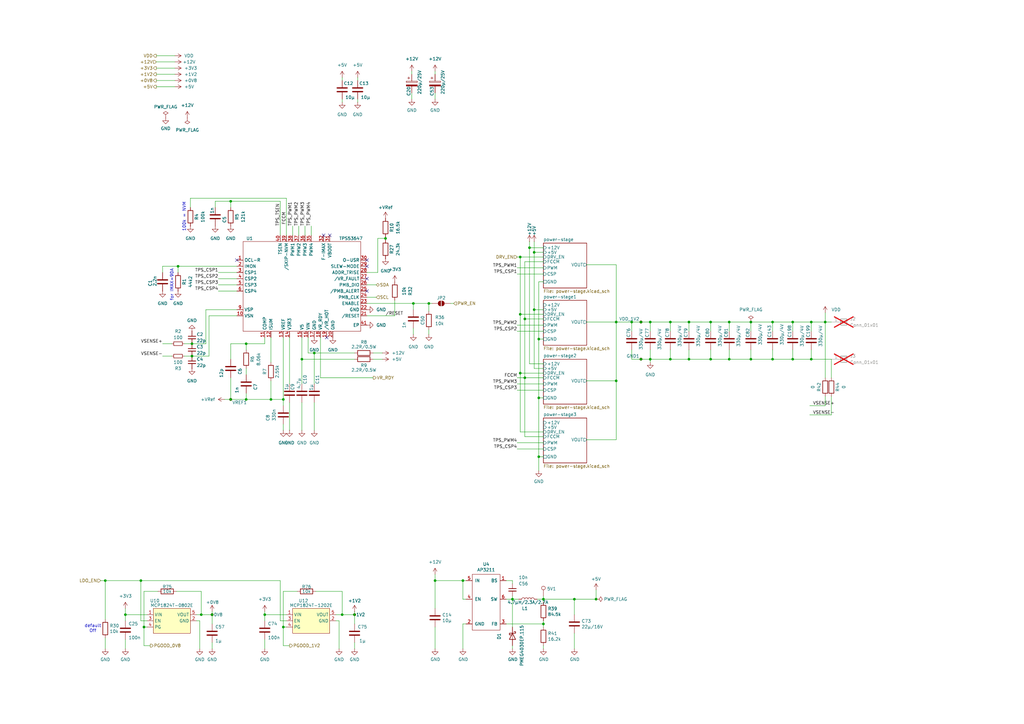
<source format=kicad_sch>
(kicad_sch
	(version 20231120)
	(generator "eeschema")
	(generator_version "8.0")
	(uuid "e77f6449-3b36-4c5d-9022-df43544ee993")
	(paper "A3")
	(title_block
		(title "BitForgeMini")
		(date "2024-06-21")
		(rev "1.0")
		(comment 1 "Licensed under CERN-OHL-W version 2")
	)
	
	(junction
		(at 222.885 255.905)
		(diameter 0)
		(color 0 0 0 0)
		(uuid "008a8a0b-1db8-4277-a080-f0dc27c017e3")
	)
	(junction
		(at 299.085 147.32)
		(diameter 0)
		(color 0 0 0 0)
		(uuid "079b5e87-18a4-4303-8e8b-451e1abf1a7f")
	)
	(junction
		(at 282.575 147.32)
		(diameter 0)
		(color 0 0 0 0)
		(uuid "0a3aedb2-61e8-49ed-b312-12a350af81a4")
	)
	(junction
		(at 51.435 252.095)
		(diameter 0.9144)
		(color 0 0 0 0)
		(uuid "0f69b002-d220-499e-b29d-9c7bc243cca6")
	)
	(junction
		(at 291.465 147.32)
		(diameter 0)
		(color 0 0 0 0)
		(uuid "143c89ba-a102-4152-9bf0-559af1ff5da0")
	)
	(junction
		(at 332.74 132.08)
		(diameter 0)
		(color 0 0 0 0)
		(uuid "18697eb1-7306-4755-97ef-a7e2278ff695")
	)
	(junction
		(at 210.185 245.745)
		(diameter 0)
		(color 0 0 0 0)
		(uuid "198740b4-3d68-4cb9-b076-0fb60e95b140")
	)
	(junction
		(at 111.125 163.83)
		(diameter 0)
		(color 0 0 0 0)
		(uuid "1ea93310-a53a-4960-a863-fbc04fbb1ade")
	)
	(junction
		(at 219.075 103.505)
		(diameter 0)
		(color 0 0 0 0)
		(uuid "2b21e46a-240f-4893-a985-f6238cea31f7")
	)
	(junction
		(at 43.18 238.125)
		(diameter 0)
		(color 0 0 0 0)
		(uuid "32af71a7-8575-44ba-858a-e51e8a8a5051")
	)
	(junction
		(at 259.08 132.08)
		(diameter 0)
		(color 0 0 0 0)
		(uuid "3acb6000-4bc9-40bb-89ef-7a48a89161b4")
	)
	(junction
		(at 178.435 238.125)
		(diameter 0)
		(color 0 0 0 0)
		(uuid "3ace9337-caa7-44f4-8839-f1b3a58a568a")
	)
	(junction
		(at 316.865 147.32)
		(diameter 0)
		(color 0 0 0 0)
		(uuid "3f4cbb5f-a331-4501-9ab1-d69357d0a345")
	)
	(junction
		(at 252.73 132.08)
		(diameter 0)
		(color 0 0 0 0)
		(uuid "42e938c6-7ca7-43d9-8e31-1b22977d715f")
	)
	(junction
		(at 307.975 147.32)
		(diameter 0)
		(color 0 0 0 0)
		(uuid "43ac0efd-2ead-4f87-bd98-a9a1ac7d1186")
	)
	(junction
		(at 217.17 101.6)
		(diameter 0)
		(color 0 0 0 0)
		(uuid "494b4f13-3810-4811-a88e-bfbf067a0ef7")
	)
	(junction
		(at 116.205 163.83)
		(diameter 0)
		(color 0 0 0 0)
		(uuid "4c8cf053-d341-443e-9a0a-3e7f20d66a13")
	)
	(junction
		(at 215.265 154.94)
		(diameter 0)
		(color 0 0 0 0)
		(uuid "4ddfa354-af9a-4c57-9191-ec57308acd44")
	)
	(junction
		(at 213.36 105.41)
		(diameter 0)
		(color 0 0 0 0)
		(uuid "59aa9ff2-fa5d-4579-be38-4d8537b79da3")
	)
	(junction
		(at 244.475 245.745)
		(diameter 0)
		(color 0 0 0 0)
		(uuid "60b3de99-6f5e-4687-bc94-6fcae030a120")
	)
	(junction
		(at 213.36 153.035)
		(diameter 0)
		(color 0 0 0 0)
		(uuid "6130f902-2bd6-4512-aaed-040954838c6d")
	)
	(junction
		(at 108.585 252.095)
		(diameter 0.9144)
		(color 0 0 0 0)
		(uuid "630ad91f-353c-4cfc-966e-af8f81336cd7")
	)
	(junction
		(at 123.825 147.32)
		(diameter 0)
		(color 0 0 0 0)
		(uuid "660f3652-0d27-42fd-9a21-f8002480b2d7")
	)
	(junction
		(at 189.865 238.125)
		(diameter 0)
		(color 0 0 0 0)
		(uuid "68b01bba-a166-4821-9096-9a1d4e517cc1")
	)
	(junction
		(at 158.115 97.79)
		(diameter 0)
		(color 0 0 0 0)
		(uuid "6bc8c7fc-9264-4fbe-a626-ed6db72a9ae4")
	)
	(junction
		(at 235.585 245.745)
		(diameter 0)
		(color 0 0 0 0)
		(uuid "6e4a4e39-8016-41aa-842e-e989fa585a09")
	)
	(junction
		(at 291.465 132.08)
		(diameter 0)
		(color 0 0 0 0)
		(uuid "75e0ac8a-359b-47b1-b3d2-b6e242af59ff")
	)
	(junction
		(at 262.89 132.08)
		(diameter 0)
		(color 0 0 0 0)
		(uuid "77c9ce59-25b3-4ce4-9d71-b499a5cef264")
	)
	(junction
		(at 325.12 132.08)
		(diameter 0)
		(color 0 0 0 0)
		(uuid "77fd4d5f-e528-4810-8f19-bf81f370febc")
	)
	(junction
		(at 307.975 132.08)
		(diameter 0)
		(color 0 0 0 0)
		(uuid "7c284403-e286-43c9-80f8-171c635e2b33")
	)
	(junction
		(at 274.955 147.32)
		(diameter 0)
		(color 0 0 0 0)
		(uuid "80d7f71a-5def-4396-b86f-7e48fe0f5c45")
	)
	(junction
		(at 325.12 147.32)
		(diameter 0)
		(color 0 0 0 0)
		(uuid "8127137a-93b3-49b4-a58c-5401361faf63")
	)
	(junction
		(at 274.955 132.08)
		(diameter 0)
		(color 0 0 0 0)
		(uuid "83df8cd5-6c28-4d90-ac5e-4bfe2aa81c87")
	)
	(junction
		(at 252.73 156.21)
		(diameter 0)
		(color 0 0 0 0)
		(uuid "8ba38800-788e-43ab-8035-f16e72795b10")
	)
	(junction
		(at 140.335 252.095)
		(diameter 0)
		(color 0 0 0 0)
		(uuid "906b52fb-c311-4912-a650-9fbd8b13e789")
	)
	(junction
		(at 116.205 257.175)
		(diameter 0)
		(color 0 0 0 0)
		(uuid "92814f75-7171-4832-b220-ce1c27e14af9")
	)
	(junction
		(at 100.965 140.97)
		(diameter 0)
		(color 0 0 0 0)
		(uuid "95fa2266-01c2-4e65-be85-939cc2be702b")
	)
	(junction
		(at 213.36 128.905)
		(diameter 0)
		(color 0 0 0 0)
		(uuid "9628e5ed-6262-464d-a6dd-ac8758075de2")
	)
	(junction
		(at 266.7 132.08)
		(diameter 0)
		(color 0 0 0 0)
		(uuid "9d114ce4-a324-4fe3-809b-fddd74fa3030")
	)
	(junction
		(at 145.415 252.095)
		(diameter 0)
		(color 0 0 0 0)
		(uuid "a7a63f6d-0009-4347-beb0-f87f730e2f08")
	)
	(junction
		(at 266.7 147.32)
		(diameter 0)
		(color 0 0 0 0)
		(uuid "ab1ce8d8-7034-486e-bb40-db4ba0c81e64")
	)
	(junction
		(at 215.265 130.81)
		(diameter 0)
		(color 0 0 0 0)
		(uuid "ab4edbff-f3e3-4d4b-931c-7243e193333e")
	)
	(junction
		(at 128.905 144.78)
		(diameter 0)
		(color 0 0 0 0)
		(uuid "af588a82-29a6-477f-8db6-a9c30e2f7006")
	)
	(junction
		(at 220.98 139.065)
		(diameter 0)
		(color 0 0 0 0)
		(uuid "b015b51d-f793-492b-b91d-006aebf07333")
	)
	(junction
		(at 338.455 132.08)
		(diameter 0)
		(color 0 0 0 0)
		(uuid "b77bf3dc-1874-46fa-a3bc-153360a56b92")
	)
	(junction
		(at 78.74 146.05)
		(diameter 0)
		(color 0 0 0 0)
		(uuid "b8c47398-cd94-4c7c-a659-de800a5d8a3f")
	)
	(junction
		(at 100.965 163.83)
		(diameter 0)
		(color 0 0 0 0)
		(uuid "ba5c69c9-495b-437c-9c4a-7d8ea35747a3")
	)
	(junction
		(at 169.545 124.46)
		(diameter 0)
		(color 0 0 0 0)
		(uuid "bd981aa7-295e-413c-947b-638115fdbc98")
	)
	(junction
		(at 94.615 82.55)
		(diameter 0)
		(color 0 0 0 0)
		(uuid "c1fb45c2-63fd-40a6-bebc-dc933c58399e")
	)
	(junction
		(at 82.55 252.095)
		(diameter 0)
		(color 0 0 0 0)
		(uuid "c54c9d58-5628-4356-9ea7-526d84d38f80")
	)
	(junction
		(at 262.89 147.32)
		(diameter 0)
		(color 0 0 0 0)
		(uuid "ce507e52-0316-42bc-874f-5320bde088ad")
	)
	(junction
		(at 59.055 257.175)
		(diameter 0)
		(color 0 0 0 0)
		(uuid "cf0b0e8a-19c7-4c54-8d20-c377989a0d1c")
	)
	(junction
		(at 94.615 163.83)
		(diameter 0)
		(color 0 0 0 0)
		(uuid "cfc601f8-77a2-4507-94fd-71d717c9cb13")
	)
	(junction
		(at 219.075 127)
		(diameter 0)
		(color 0 0 0 0)
		(uuid "d556e15c-8cb1-498b-be67-59096d2fee56")
	)
	(junction
		(at 332.74 147.32)
		(diameter 0)
		(color 0 0 0 0)
		(uuid "d8470d3b-6421-4d20-9f4d-558af278ae19")
	)
	(junction
		(at 86.995 252.095)
		(diameter 0.9144)
		(color 0 0 0 0)
		(uuid "d8d3ebf0-ef8e-40aa-8e2e-0d83a7e15bc1")
	)
	(junction
		(at 282.575 132.08)
		(diameter 0)
		(color 0 0 0 0)
		(uuid "d8ee9160-f894-4730-932d-55866114513d")
	)
	(junction
		(at 57.785 238.125)
		(diameter 0)
		(color 0 0 0 0)
		(uuid "dccb173f-ac75-45f8-9805-64a593007b23")
	)
	(junction
		(at 220.98 187.325)
		(diameter 0)
		(color 0 0 0 0)
		(uuid "e0782582-be06-4b37-b4ac-f7bb92e6d006")
	)
	(junction
		(at 222.885 245.745)
		(diameter 0)
		(color 0 0 0 0)
		(uuid "e2735b66-e3f3-465a-bcc4-d80fa06afe12")
	)
	(junction
		(at 175.895 124.46)
		(diameter 0)
		(color 0 0 0 0)
		(uuid "e3de7a28-1611-4463-921d-189d833d84ca")
	)
	(junction
		(at 299.085 132.08)
		(diameter 0)
		(color 0 0 0 0)
		(uuid "e60fcba6-24e4-48bf-8543-5f5e2ce87c9a")
	)
	(junction
		(at 316.865 132.08)
		(diameter 0)
		(color 0 0 0 0)
		(uuid "e7d0cc3e-b911-4549-9728-5d5d981a37e4")
	)
	(junction
		(at 78.74 140.97)
		(diameter 0)
		(color 0 0 0 0)
		(uuid "efc01cc6-5b96-4306-81e3-32d64c3852d4")
	)
	(junction
		(at 73.025 109.22)
		(diameter 0)
		(color 0 0 0 0)
		(uuid "f73bd793-4a24-4c80-a69d-3de6e071770f")
	)
	(junction
		(at 220.98 163.195)
		(diameter 0)
		(color 0 0 0 0)
		(uuid "fa1e4ec8-48fd-4161-a84b-e720b804a2a0")
	)
	(no_connect
		(at 97.155 106.68)
		(uuid "4a1def30-7aa1-44ac-b585-22795ef39f18")
	)
	(no_connect
		(at 133.985 138.43)
		(uuid "6811d7bd-792c-409b-a434-e4884424d136")
	)
	(no_connect
		(at 150.495 119.38)
		(uuid "7a22275c-d790-4dca-b2e0-e987784db325")
	)
	(no_connect
		(at 150.495 109.22)
		(uuid "8215aad7-e755-407f-9593-658fb2d9bff7")
	)
	(no_connect
		(at 150.495 106.68)
		(uuid "97956038-c00d-4fe5-8305-4dc2d11a618c")
	)
	(no_connect
		(at 132.715 96.52)
		(uuid "ee565133-a245-41df-a38e-b26a81ef08bb")
	)
	(no_connect
		(at 135.255 96.52)
		(uuid "f20a41b0-8441-41a8-bcb5-462a1d3dcb68")
	)
	(no_connect
		(at 150.495 114.3)
		(uuid "fbb9f9a1-20ff-40f4-929b-b02344f9366c")
	)
	(wire
		(pts
			(xy 117.475 257.175) (xy 116.205 257.175)
		)
		(stroke
			(width 0)
			(type default)
		)
		(uuid "005e7147-12be-4ea7-a032-717e12a3c685")
	)
	(wire
		(pts
			(xy 219.075 103.505) (xy 222.885 103.505)
		)
		(stroke
			(width 0)
			(type default)
		)
		(uuid "0073510b-64f7-4594-93c7-e51199fe05e0")
	)
	(wire
		(pts
			(xy 274.955 147.32) (xy 282.575 147.32)
		)
		(stroke
			(width 0)
			(type default)
		)
		(uuid "027635d2-426f-484e-a7d2-ba04f83c348b")
	)
	(wire
		(pts
			(xy 282.575 132.08) (xy 291.465 132.08)
		)
		(stroke
			(width 0)
			(type default)
		)
		(uuid "02cf5be0-6e56-4b58-b227-bd8c315808ce")
	)
	(wire
		(pts
			(xy 168.91 38.1) (xy 168.91 40.64)
		)
		(stroke
			(width 0)
			(type default)
		)
		(uuid "02e1ec2a-8f03-45b4-855b-2e4e8646cdac")
	)
	(wire
		(pts
			(xy 282.575 132.08) (xy 282.575 135.89)
		)
		(stroke
			(width 0)
			(type default)
		)
		(uuid "040d750b-3127-42bb-ab9e-e4ac74dc32bc")
	)
	(wire
		(pts
			(xy 94.615 82.55) (xy 94.615 85.09)
		)
		(stroke
			(width 0)
			(type default)
		)
		(uuid "042b9112-a047-4323-8691-60ef1e578204")
	)
	(wire
		(pts
			(xy 291.465 132.08) (xy 291.465 135.89)
		)
		(stroke
			(width 0)
			(type default)
		)
		(uuid "04588af4-453d-4785-bb87-c71243309b44")
	)
	(wire
		(pts
			(xy 212.09 184.15) (xy 222.885 184.15)
		)
		(stroke
			(width 0)
			(type default)
		)
		(uuid "05bb30c1-bdf5-490c-927c-80e82814f7ae")
	)
	(wire
		(pts
			(xy 51.435 262.255) (xy 51.435 266.065)
		)
		(stroke
			(width 0)
			(type default)
		)
		(uuid "05d8e7cd-e5b8-4865-b1b7-99168f3e77fd")
	)
	(wire
		(pts
			(xy 140.335 31.75) (xy 140.335 33.02)
		)
		(stroke
			(width 0)
			(type default)
		)
		(uuid "063cc9f3-758a-4d6d-ad2e-c6bd04e5038e")
	)
	(wire
		(pts
			(xy 100.965 140.97) (xy 94.615 140.97)
		)
		(stroke
			(width 0)
			(type default)
		)
		(uuid "06ec17d5-b775-4807-bf1f-0ed96d135619")
	)
	(wire
		(pts
			(xy 316.865 132.08) (xy 316.865 135.89)
		)
		(stroke
			(width 0)
			(type default)
		)
		(uuid "073b0925-fe56-4d4b-b90e-aae46132b7ab")
	)
	(wire
		(pts
			(xy 184.785 124.46) (xy 186.055 124.46)
		)
		(stroke
			(width 0)
			(type default)
		)
		(uuid "08161e34-93e2-467c-b827-4787ad5bc56c")
	)
	(wire
		(pts
			(xy 131.445 138.43) (xy 131.445 154.94)
		)
		(stroke
			(width 0)
			(type default)
		)
		(uuid "0c6ba84f-7959-49c0-a5f2-f9c31276b930")
	)
	(wire
		(pts
			(xy 316.865 143.51) (xy 316.865 147.32)
		)
		(stroke
			(width 0)
			(type default)
		)
		(uuid "0c6d94bd-b37a-46df-8cc0-0aac1033380f")
	)
	(wire
		(pts
			(xy 215.265 130.81) (xy 222.885 130.81)
		)
		(stroke
			(width 0)
			(type default)
		)
		(uuid "0df33f6f-2eb3-4cca-b9c7-42a6577b8a8e")
	)
	(wire
		(pts
			(xy 299.085 132.08) (xy 307.975 132.08)
		)
		(stroke
			(width 0)
			(type default)
		)
		(uuid "0f5ed905-3609-4d0e-b387-fc3648720436")
	)
	(wire
		(pts
			(xy 178.435 249.555) (xy 178.435 238.125)
		)
		(stroke
			(width 0)
			(type default)
		)
		(uuid "0fb7f01f-3a28-43fd-b798-c84c1c9195aa")
	)
	(wire
		(pts
			(xy 81.915 254.635) (xy 81.915 266.065)
		)
		(stroke
			(width 0)
			(type solid)
		)
		(uuid "1201dd44-8f3f-4f52-8816-9b090a3bb083")
	)
	(wire
		(pts
			(xy 215.265 107.315) (xy 215.265 130.81)
		)
		(stroke
			(width 0)
			(type default)
		)
		(uuid "121ec269-36af-43b0-a61a-f43c0ecc4952")
	)
	(wire
		(pts
			(xy 153.035 144.78) (xy 156.845 144.78)
		)
		(stroke
			(width 0)
			(type default)
		)
		(uuid "13b3a5c2-833b-410a-b272-ef15042b61c3")
	)
	(wire
		(pts
			(xy 291.465 143.51) (xy 291.465 147.32)
		)
		(stroke
			(width 0)
			(type default)
		)
		(uuid "1772d2a0-767b-4be0-849e-2a7c34d36dce")
	)
	(wire
		(pts
			(xy 140.335 252.095) (xy 145.415 252.095)
		)
		(stroke
			(width 0)
			(type solid)
		)
		(uuid "17774f9c-4a85-496f-bd9d-40ff73f9b8c8")
	)
	(wire
		(pts
			(xy 94.615 82.55) (xy 88.265 82.55)
		)
		(stroke
			(width 0)
			(type default)
		)
		(uuid "17916698-ffde-4680-805c-3142d714117f")
	)
	(wire
		(pts
			(xy 73.025 109.22) (xy 73.025 111.76)
		)
		(stroke
			(width 0)
			(type default)
		)
		(uuid "17f7ed6c-692b-464e-a1f8-4e78511eeb09")
	)
	(wire
		(pts
			(xy 89.535 119.38) (xy 97.155 119.38)
		)
		(stroke
			(width 0)
			(type default)
		)
		(uuid "191c12b1-a8b8-4c4a-8160-37d63e9a1b62")
	)
	(wire
		(pts
			(xy 307.975 147.32) (xy 316.865 147.32)
		)
		(stroke
			(width 0)
			(type default)
		)
		(uuid "1a1801bf-8c24-4b91-a53e-3fe604785eca")
	)
	(wire
		(pts
			(xy 114.935 238.125) (xy 114.935 254.635)
		)
		(stroke
			(width 0)
			(type default)
		)
		(uuid "1bd180e0-9aa8-4fce-a94a-60a96507244a")
	)
	(wire
		(pts
			(xy 150.495 124.46) (xy 169.545 124.46)
		)
		(stroke
			(width 0)
			(type default)
		)
		(uuid "1caa9044-de39-477f-9b21-d0731da865df")
	)
	(wire
		(pts
			(xy 59.055 264.795) (xy 59.055 257.175)
		)
		(stroke
			(width 0)
			(type default)
		)
		(uuid "1d8e8775-adcc-41f2-9b0d-3b0b60b5b9af")
	)
	(wire
		(pts
			(xy 128.905 144.78) (xy 145.415 144.78)
		)
		(stroke
			(width 0)
			(type default)
		)
		(uuid "1fe17f7d-1479-4fa2-9ef8-ae2d70b766b7")
	)
	(wire
		(pts
			(xy 217.17 149.225) (xy 217.17 101.6)
		)
		(stroke
			(width 0)
			(type default)
		)
		(uuid "20176cef-3a0e-48e6-8f44-5d7156c7a163")
	)
	(wire
		(pts
			(xy 178.435 235.585) (xy 178.435 238.125)
		)
		(stroke
			(width 0)
			(type default)
		)
		(uuid "219cc549-c75c-4cfa-bacb-083ddb0b179e")
	)
	(wire
		(pts
			(xy 127.635 92.71) (xy 127.635 96.52)
		)
		(stroke
			(width 0)
			(type default)
		)
		(uuid "23a6c89f-5663-4e72-b4b0-3e1e00830761")
	)
	(wire
		(pts
			(xy 71.755 33.02) (xy 64.135 33.02)
		)
		(stroke
			(width 0)
			(type default)
		)
		(uuid "25e29cfc-fd98-4fbb-9ecc-d775e9a0b8f1")
	)
	(wire
		(pts
			(xy 262.89 147.32) (xy 266.7 147.32)
		)
		(stroke
			(width 0)
			(type default)
		)
		(uuid "268be32f-cd25-479a-b530-f457655de48b")
	)
	(wire
		(pts
			(xy 212.09 154.94) (xy 215.265 154.94)
		)
		(stroke
			(width 0)
			(type default)
		)
		(uuid "273216f8-d6f0-4b20-8496-f55b2f2473ef")
	)
	(wire
		(pts
			(xy 212.09 160.02) (xy 222.885 160.02)
		)
		(stroke
			(width 0)
			(type default)
		)
		(uuid "27bfaea2-3ba6-485b-8d59-f07dc881921a")
	)
	(wire
		(pts
			(xy 266.7 132.08) (xy 274.955 132.08)
		)
		(stroke
			(width 0)
			(type default)
		)
		(uuid "2802c5cc-4baf-4bcc-944e-ace99bf90404")
	)
	(wire
		(pts
			(xy 100.965 140.97) (xy 100.965 143.51)
		)
		(stroke
			(width 0)
			(type default)
		)
		(uuid "281f20d4-fac9-4a36-b2ea-539fd0a5e116")
	)
	(wire
		(pts
			(xy 332.74 143.51) (xy 332.74 147.32)
		)
		(stroke
			(width 0)
			(type default)
		)
		(uuid "2846b130-8232-417c-96ea-ad026d2d9cbe")
	)
	(wire
		(pts
			(xy 140.335 40.64) (xy 140.335 41.91)
		)
		(stroke
			(width 0)
			(type default)
		)
		(uuid "298397b9-c795-48db-9a61-ef441478bd1b")
	)
	(wire
		(pts
			(xy 189.865 238.125) (xy 191.135 238.125)
		)
		(stroke
			(width 0)
			(type default)
		)
		(uuid "29999b5c-0875-49c9-a5de-1c8f981bbdad")
	)
	(wire
		(pts
			(xy 235.585 245.745) (xy 222.885 245.745)
		)
		(stroke
			(width 0)
			(type default)
		)
		(uuid "2a550c5a-3e76-4ca6-a57c-8e4de033089d")
	)
	(wire
		(pts
			(xy 139.065 254.635) (xy 139.065 266.065)
		)
		(stroke
			(width 0)
			(type solid)
		)
		(uuid "2ae6d492-6585-4d82-a46a-d3e818c1395d")
	)
	(wire
		(pts
			(xy 210.185 245.745) (xy 210.185 244.475)
		)
		(stroke
			(width 0)
			(type default)
		)
		(uuid "2b3e42ac-cc84-42de-8c2d-537b73ddaced")
	)
	(wire
		(pts
			(xy 97.155 129.54) (xy 85.725 129.54)
		)
		(stroke
			(width 0)
			(type default)
		)
		(uuid "2ca11371-a5cc-4b27-9334-313c0a6385bc")
	)
	(wire
		(pts
			(xy 145.415 263.525) (xy 145.415 266.065)
		)
		(stroke
			(width 0)
			(type default)
		)
		(uuid "2d632a36-4a92-4799-81a3-3a223432b6c9")
	)
	(wire
		(pts
			(xy 150.495 111.76) (xy 154.94 111.76)
		)
		(stroke
			(width 0)
			(type default)
		)
		(uuid "2dc49c85-c361-487d-93d1-f2ddb9e00a18")
	)
	(wire
		(pts
			(xy 116.205 163.83) (xy 111.125 163.83)
		)
		(stroke
			(width 0)
			(type default)
		)
		(uuid "2e85a775-2265-49f4-a5cd-985040bc5854")
	)
	(wire
		(pts
			(xy 126.365 144.78) (xy 128.905 144.78)
		)
		(stroke
			(width 0)
			(type default)
		)
		(uuid "2fc39260-8080-45a6-848f-89c523bf77b1")
	)
	(wire
		(pts
			(xy 212.09 135.89) (xy 222.885 135.89)
		)
		(stroke
			(width 0)
			(type default)
		)
		(uuid "30467a3e-f548-47ad-b6e8-de1141b06acc")
	)
	(wire
		(pts
			(xy 332.74 147.32) (xy 340.995 147.32)
		)
		(stroke
			(width 0)
			(type default)
		)
		(uuid "30ce5ba1-fd77-4205-94d4-4a59824bcbd7")
	)
	(wire
		(pts
			(xy 244.475 241.935) (xy 244.475 245.745)
		)
		(stroke
			(width 0)
			(type default)
		)
		(uuid "31237ba4-b4c1-4ae1-b3da-2a5f183fcce6")
	)
	(wire
		(pts
			(xy 111.125 163.83) (xy 100.965 163.83)
		)
		(stroke
			(width 0)
			(type default)
		)
		(uuid "32d051ba-d1ea-4168-a7f3-04ac808024bc")
	)
	(wire
		(pts
			(xy 207.645 238.125) (xy 210.185 238.125)
		)
		(stroke
			(width 0)
			(type default)
		)
		(uuid "33c792f1-3df0-4c3b-9631-71c64b7c9a8e")
	)
	(wire
		(pts
			(xy 338.455 132.08) (xy 338.455 128.27)
		)
		(stroke
			(width 0)
			(type default)
		)
		(uuid "3433bd88-0f1f-4479-9d1e-81991d293793")
	)
	(wire
		(pts
			(xy 145.415 250.825) (xy 145.415 252.095)
		)
		(stroke
			(width 0)
			(type default)
		)
		(uuid "36dd4cf5-28fc-4837-83c4-4ac763a799e3")
	)
	(wire
		(pts
			(xy 158.115 97.79) (xy 158.115 98.425)
		)
		(stroke
			(width 0)
			(type default)
		)
		(uuid "3729de77-fd21-4af3-8767-da528049e954")
	)
	(wire
		(pts
			(xy 189.865 238.125) (xy 189.865 245.745)
		)
		(stroke
			(width 0)
			(type default)
		)
		(uuid "3788dcd2-ed0c-4a49-b8ca-63cfd5d6d00b")
	)
	(wire
		(pts
			(xy 316.865 147.32) (xy 325.12 147.32)
		)
		(stroke
			(width 0)
			(type default)
		)
		(uuid "3a016856-82fa-49a3-92ed-a716089b3259")
	)
	(wire
		(pts
			(xy 139.065 254.635) (xy 137.795 254.635)
		)
		(stroke
			(width 0)
			(type default)
		)
		(uuid "3a2ccde6-d094-4baa-8d72-aad7d7904b49")
	)
	(wire
		(pts
			(xy 259.08 132.08) (xy 259.08 135.89)
		)
		(stroke
			(width 0)
			(type default)
		)
		(uuid "3a4ce4ec-70ea-4269-933a-073c196598de")
	)
	(wire
		(pts
			(xy 146.685 40.64) (xy 146.685 41.91)
		)
		(stroke
			(width 0)
			(type default)
		)
		(uuid "3a9f36d0-9f6d-49d9-aa49-ef93049da604")
	)
	(wire
		(pts
			(xy 116.205 257.175) (xy 116.205 242.57)
		)
		(stroke
			(width 0)
			(type default)
		)
		(uuid "3ae5dc60-0bf4-4671-a0b9-46c0c393a0f7")
	)
	(wire
		(pts
			(xy 240.665 132.08) (xy 252.73 132.08)
		)
		(stroke
			(width 0)
			(type default)
		)
		(uuid "3bc6556f-e4a8-4843-ac42-5cb1ca5203dd")
	)
	(wire
		(pts
			(xy 252.73 156.21) (xy 240.665 156.21)
		)
		(stroke
			(width 0)
			(type default)
		)
		(uuid "3c7feb07-e88b-4ba7-be03-87160202580e")
	)
	(wire
		(pts
			(xy 212.09 181.61) (xy 222.885 181.61)
		)
		(stroke
			(width 0)
			(type default)
		)
		(uuid "3cbafa7f-2f18-41a8-a0c2-942665e6d82a")
	)
	(wire
		(pts
			(xy 220.98 187.325) (xy 220.98 163.195)
		)
		(stroke
			(width 0)
			(type default)
		)
		(uuid "3ce5692b-49b7-41d8-8bb5-e2c3632a8b75")
	)
	(wire
		(pts
			(xy 150.495 116.84) (xy 154.305 116.84)
		)
		(stroke
			(width 0)
			(type default)
		)
		(uuid "3d96ebf4-f3df-4459-9fbf-fabee1dc2ad9")
	)
	(wire
		(pts
			(xy 51.435 252.095) (xy 60.325 252.095)
		)
		(stroke
			(width 0)
			(type solid)
		)
		(uuid "3dfafbcc-309c-411a-98ed-eb02d22a4d18")
	)
	(wire
		(pts
			(xy 71.755 27.94) (xy 64.135 27.94)
		)
		(stroke
			(width 0)
			(type default)
		)
		(uuid "3fa3742d-ebb2-4360-b989-8d9e23590aec")
	)
	(wire
		(pts
			(xy 131.445 154.94) (xy 153.035 154.94)
		)
		(stroke
			(width 0)
			(type default)
		)
		(uuid "410fe1a1-0bf5-47d9-851a-0e6e35b27f41")
	)
	(wire
		(pts
			(xy 92.075 163.83) (xy 94.615 163.83)
		)
		(stroke
			(width 0)
			(type default)
		)
		(uuid "41f9371e-0564-4233-a49b-b8adebb88d54")
	)
	(wire
		(pts
			(xy 259.08 143.51) (xy 259.08 147.32)
		)
		(stroke
			(width 0)
			(type default)
		)
		(uuid "434a1c48-b36f-4736-9fc3-eafa95211c5a")
	)
	(wire
		(pts
			(xy 299.085 132.08) (xy 299.085 135.89)
		)
		(stroke
			(width 0)
			(type default)
		)
		(uuid "452b128f-274f-4d1a-9023-608875559622")
	)
	(wire
		(pts
			(xy 169.545 134.62) (xy 169.545 137.16)
		)
		(stroke
			(width 0)
			(type default)
		)
		(uuid "45c4ac1a-24e1-43c9-965a-c189edc2f77f")
	)
	(wire
		(pts
			(xy 332.74 132.08) (xy 332.74 135.89)
		)
		(stroke
			(width 0)
			(type default)
		)
		(uuid "49947f63-90d0-4092-ae52-03408dcdd86d")
	)
	(wire
		(pts
			(xy 123.825 147.32) (xy 123.825 157.48)
		)
		(stroke
			(width 0)
			(type default)
		)
		(uuid "4a5c4498-bdae-436b-b4d0-828a00554c31")
	)
	(wire
		(pts
			(xy 291.465 147.32) (xy 299.085 147.32)
		)
		(stroke
			(width 0)
			(type default)
		)
		(uuid "4f20f390-1b12-4b3e-a045-1ac2e0a16198")
	)
	(wire
		(pts
			(xy 178.435 238.125) (xy 189.865 238.125)
		)
		(stroke
			(width 0)
			(type default)
		)
		(uuid "4feb16bb-4ede-4686-a7df-070996126a89")
	)
	(wire
		(pts
			(xy 340.995 162.56) (xy 340.995 170.18)
		)
		(stroke
			(width 0)
			(type default)
		)
		(uuid "52791195-a8ef-45e5-becd-c23196cfe012")
	)
	(wire
		(pts
			(xy 217.17 101.6) (xy 222.885 101.6)
		)
		(stroke
			(width 0)
			(type default)
		)
		(uuid "531d8842-2ae8-47c6-aa01-a290ccf383cd")
	)
	(wire
		(pts
			(xy 219.075 127) (xy 222.885 127)
		)
		(stroke
			(width 0)
			(type default)
		)
		(uuid "53307aaa-902c-452d-9efc-ada063ff42ff")
	)
	(wire
		(pts
			(xy 215.265 154.94) (xy 215.265 179.07)
		)
		(stroke
			(width 0)
			(type default)
		)
		(uuid "5534edbc-7c98-4f81-b10c-a75bde51bdf1")
	)
	(wire
		(pts
			(xy 220.98 193.04) (xy 220.98 187.325)
		)
		(stroke
			(width 0)
			(type default)
		)
		(uuid "5552df04-2aef-4307-b693-46dd04d43960")
	)
	(wire
		(pts
			(xy 116.205 163.83) (xy 116.205 166.37)
		)
		(stroke
			(width 0)
			(type default)
		)
		(uuid "55e8e374-a5f2-474b-a7b8-b047802f8b53")
	)
	(wire
		(pts
			(xy 126.365 138.43) (xy 126.365 144.78)
		)
		(stroke
			(width 0)
			(type default)
		)
		(uuid "55f5ce7f-bdcb-4452-ac1e-b56b50d99814")
	)
	(wire
		(pts
			(xy 212.09 109.855) (xy 222.885 109.855)
		)
		(stroke
			(width 0)
			(type default)
		)
		(uuid "5630f777-1f06-481a-89d1-64fe23665c89")
	)
	(wire
		(pts
			(xy 222.885 255.905) (xy 222.885 254.635)
		)
		(stroke
			(width 0)
			(type default)
		)
		(uuid "567647bb-96c1-4f23-a380-038315d30aa2")
	)
	(wire
		(pts
			(xy 282.575 147.32) (xy 291.465 147.32)
		)
		(stroke
			(width 0)
			(type default)
		)
		(uuid "57179ce5-658e-48dc-bf85-fc83f4275443")
	)
	(wire
		(pts
			(xy 116.205 264.795) (xy 116.205 257.175)
		)
		(stroke
			(width 0)
			(type default)
		)
		(uuid "58d76c94-788a-477c-80e6-7e65f7f251eb")
	)
	(wire
		(pts
			(xy 252.73 132.08) (xy 252.73 156.21)
		)
		(stroke
			(width 0)
			(type default)
		)
		(uuid "592849e6-f294-41da-b4f8-801e8666237a")
	)
	(wire
		(pts
			(xy 217.17 99.06) (xy 217.17 101.6)
		)
		(stroke
			(width 0)
			(type default)
		)
		(uuid "5a41091f-d685-4d4c-8a7f-4c40a709e20a")
	)
	(wire
		(pts
			(xy 94.615 163.83) (xy 94.615 154.94)
		)
		(stroke
			(width 0)
			(type default)
		)
		(uuid "5afda6a2-a634-4926-b301-cf1b1729579b")
	)
	(wire
		(pts
			(xy 332.74 132.08) (xy 338.455 132.08)
		)
		(stroke
			(width 0)
			(type default)
		)
		(uuid "5b4c8104-d668-448f-821a-a7736a78926e")
	)
	(wire
		(pts
			(xy 89.535 114.3) (xy 97.155 114.3)
		)
		(stroke
			(width 0)
			(type default)
		)
		(uuid "5b5546a8-1fe6-4b04-b5a2-ed38ab7af581")
	)
	(wire
		(pts
			(xy 338.455 132.08) (xy 338.455 154.94)
		)
		(stroke
			(width 0)
			(type default)
		)
		(uuid "5c39645d-3fa5-4552-948c-7019f792871c")
	)
	(wire
		(pts
			(xy 64.135 35.56) (xy 71.755 35.56)
		)
		(stroke
			(width 0)
			(type default)
		)
		(uuid "5dcf4602-2163-4c6d-90d0-8fde2e45b53a")
	)
	(wire
		(pts
			(xy 220.98 187.325) (xy 222.885 187.325)
		)
		(stroke
			(width 0)
			(type default)
		)
		(uuid "5f5a726b-586b-47d3-b683-8fc78d74a75c")
	)
	(wire
		(pts
			(xy 89.535 116.84) (xy 97.155 116.84)
		)
		(stroke
			(width 0)
			(type default)
		)
		(uuid "6256ad51-3a40-4fc4-b358-d21c8cbe9869")
	)
	(wire
		(pts
			(xy 150.495 129.54) (xy 161.925 129.54)
		)
		(stroke
			(width 0)
			(type default)
		)
		(uuid "62934537-9714-40d6-a739-da91ab8075de")
	)
	(wire
		(pts
			(xy 325.12 143.51) (xy 325.12 147.32)
		)
		(stroke
			(width 0)
			(type default)
		)
		(uuid "6456ee5b-df92-4cfd-a408-953dfead8fe3")
	)
	(wire
		(pts
			(xy 140.335 242.57) (xy 140.335 252.095)
		)
		(stroke
			(width 0)
			(type default)
		)
		(uuid "64c70725-996e-4636-9cbc-ad786a0df73e")
	)
	(wire
		(pts
			(xy 220.98 163.195) (xy 222.885 163.195)
		)
		(stroke
			(width 0)
			(type default)
		)
		(uuid "659a8152-f8cf-44c2-a70f-ebab74292b1f")
	)
	(wire
		(pts
			(xy 259.08 132.08) (xy 262.89 132.08)
		)
		(stroke
			(width 0)
			(type default)
		)
		(uuid "65ce79f1-cac6-44ea-a3ef-236b80124d23")
	)
	(wire
		(pts
			(xy 222.885 266.065) (xy 222.885 264.795)
		)
		(stroke
			(width 0)
			(type default)
		)
		(uuid "66046784-8146-44c5-93a5-35ecffabf44b")
	)
	(wire
		(pts
			(xy 85.725 129.54) (xy 85.725 146.05)
		)
		(stroke
			(width 0)
			(type default)
		)
		(uuid "66faad95-c3e6-460f-bd58-e13c7d60ab56")
	)
	(wire
		(pts
			(xy 338.455 162.56) (xy 338.455 166.37)
		)
		(stroke
			(width 0)
			(type default)
		)
		(uuid "6a287ef4-04c7-4ab2-8a36-0dec98f4ea75")
	)
	(wire
		(pts
			(xy 86.995 250.825) (xy 86.995 252.095)
		)
		(stroke
			(width 0)
			(type default)
		)
		(uuid "6d84547b-c96d-4c8b-9ded-0cc1a0c6db42")
	)
	(wire
		(pts
			(xy 222.885 151.13) (xy 219.075 151.13)
		)
		(stroke
			(width 0)
			(type default)
		)
		(uuid "6e56e172-cd3b-4205-86e8-0af3d84bcdd6")
	)
	(wire
		(pts
			(xy 78.105 81.28) (xy 117.475 81.28)
		)
		(stroke
			(width 0)
			(type default)
		)
		(uuid "6e94a54b-e61e-42e6-835a-61bb16c35c40")
	)
	(wire
		(pts
			(xy 117.475 81.28) (xy 117.475 96.52)
		)
		(stroke
			(width 0)
			(type default)
		)
		(uuid "70af912a-527b-4aaf-b301-ee33596c74d6")
	)
	(wire
		(pts
			(xy 213.36 128.905) (xy 222.885 128.905)
		)
		(stroke
			(width 0)
			(type default)
		)
		(uuid "70bad2f3-2a2a-4baa-87d7-2197994e7acf")
	)
	(wire
		(pts
			(xy 78.74 140.97) (xy 84.455 140.97)
		)
		(stroke
			(width 0)
			(type default)
		)
		(uuid "7135903b-e1be-4a8c-a29a-cd8a61f8bdbc")
	)
	(wire
		(pts
			(xy 66.675 146.05) (xy 70.485 146.05)
		)
		(stroke
			(width 0)
			(type default)
		)
		(uuid "7200cbce-975b-4d13-b609-379cefc0da68")
	)
	(wire
		(pts
			(xy 215.265 154.94) (xy 222.885 154.94)
		)
		(stroke
			(width 0)
			(type default)
		)
		(uuid "720594e5-b21a-452a-8e13-4be40d1b64ab")
	)
	(wire
		(pts
			(xy 169.545 124.46) (xy 175.895 124.46)
		)
		(stroke
			(width 0)
			(type default)
		)
		(uuid "72968193-ff19-4315-8003-9cf5a922af5a")
	)
	(wire
		(pts
			(xy 274.955 132.08) (xy 274.955 135.89)
		)
		(stroke
			(width 0)
			(type default)
		)
		(uuid "72968e72-3268-4e84-98c5-919cf2c2b4ac")
	)
	(wire
		(pts
			(xy 210.185 238.125) (xy 210.185 239.395)
		)
		(stroke
			(width 0)
			(type default)
		)
		(uuid "72fbbfa0-b430-408f-b682-0fa7af2ad1ce")
	)
	(wire
		(pts
			(xy 175.895 124.46) (xy 177.165 124.46)
		)
		(stroke
			(width 0)
			(type default)
		)
		(uuid "74087da5-f0f7-4ec7-ac35-44037341c135")
	)
	(wire
		(pts
			(xy 212.09 157.48) (xy 222.885 157.48)
		)
		(stroke
			(width 0)
			(type default)
		)
		(uuid "74a407c9-5803-4d0e-b238-9d3d90631e84")
	)
	(wire
		(pts
			(xy 108.585 252.095) (xy 108.585 254.635)
		)
		(stroke
			(width 0)
			(type solid)
		)
		(uuid "74c315e2-56b6-4091-95da-b993882451b0")
	)
	(wire
		(pts
			(xy 88.265 82.55) (xy 88.265 85.09)
		)
		(stroke
			(width 0)
			(type default)
		)
		(uuid "755390da-c6c7-43a0-90a4-a729e0a775c0")
	)
	(wire
		(pts
			(xy 235.585 252.095) (xy 235.585 245.745)
		)
		(stroke
			(width 0)
			(type default)
		)
		(uuid "76adc8f2-6fb8-486c-877c-eb87dddefbfd")
	)
	(wire
		(pts
			(xy 61.595 264.795) (xy 59.055 264.795)
		)
		(stroke
			(width 0)
			(type default)
		)
		(uuid "77ba7207-4269-4c01-84a7-89d4e420036c")
	)
	(wire
		(pts
			(xy 213.36 105.41) (xy 213.36 128.905)
		)
		(stroke
			(width 0)
			(type default)
		)
		(uuid "78be1e50-c5f4-4117-bb64-cc3ccb816dde")
	)
	(wire
		(pts
			(xy 266.7 147.32) (xy 266.7 148.59)
		)
		(stroke
			(width 0)
			(type default)
		)
		(uuid "796736ba-843c-4f12-9c12-f0bee1338588")
	)
	(wire
		(pts
			(xy 97.155 109.22) (xy 73.025 109.22)
		)
		(stroke
			(width 0)
			(type default)
		)
		(uuid "79b4802c-8861-4d1a-a6a2-3449176db4d8")
	)
	(wire
		(pts
			(xy 189.865 255.905) (xy 191.135 255.905)
		)
		(stroke
			(width 0)
			(type default)
		)
		(uuid "79fbc5bd-6cb2-4215-83af-3b58127b9cb9")
	)
	(wire
		(pts
			(xy 75.565 146.05) (xy 78.74 146.05)
		)
		(stroke
			(width 0)
			(type default)
		)
		(uuid "7b7c7796-9008-499c-be33-5559395ede70")
	)
	(wire
		(pts
			(xy 43.18 238.125) (xy 57.785 238.125)
		)
		(stroke
			(width 0)
			(type default)
		)
		(uuid "7bd8c4ec-69ed-4d75-80d2-240761dbcfb0")
	)
	(wire
		(pts
			(xy 146.685 31.75) (xy 146.685 33.02)
		)
		(stroke
			(width 0)
			(type default)
		)
		(uuid "7bfc87cf-b1b9-45f4-89f6-6e6bc04f142c")
	)
	(wire
		(pts
			(xy 59.055 242.57) (xy 64.77 242.57)
		)
		(stroke
			(width 0)
			(type default)
		)
		(uuid "7c005756-eb20-403b-b567-8ca7686b078e")
	)
	(wire
		(pts
			(xy 51.435 249.555) (xy 51.435 252.095)
		)
		(stroke
			(width 0)
			(type default)
		)
		(uuid "7c969dcc-6eb9-45df-a3b0-ef924ea51a56")
	)
	(wire
		(pts
			(xy 116.205 138.43) (xy 116.205 163.83)
		)
		(stroke
			(width 0)
			(type default)
		)
		(uuid "7d61468e-dfaf-4b79-b9dd-a86b5e6268de")
	)
	(wire
		(pts
			(xy 43.18 261.62) (xy 43.18 266.065)
		)
		(stroke
			(width 0)
			(type default)
		)
		(uuid "8039c7c9-abb3-49c6-83d0-ee5e77477b83")
	)
	(wire
		(pts
			(xy 84.455 140.97) (xy 84.455 127)
		)
		(stroke
			(width 0)
			(type default)
		)
		(uuid "85323e4a-5291-4909-b102-f5e8c16bce54")
	)
	(wire
		(pts
			(xy 120.015 92.71) (xy 120.015 96.52)
		)
		(stroke
			(width 0)
			(type default)
		)
		(uuid "85af19a2-8a89-4a38-85a2-acc70d9f61fb")
	)
	(wire
		(pts
			(xy 219.075 127) (xy 219.075 103.505)
		)
		(stroke
			(width 0)
			(type default)
		)
		(uuid "87054d4b-095e-420c-a95d-b68d4ff8404d")
	)
	(wire
		(pts
			(xy 73.025 109.22) (xy 66.675 109.22)
		)
		(stroke
			(width 0)
			(type default)
		)
		(uuid "8860368b-91b0-4c46-a577-bebdfbdbff94")
	)
	(wire
		(pts
			(xy 82.55 242.57) (xy 82.55 252.095)
		)
		(stroke
			(width 0)
			(type default)
		)
		(uuid "89218573-fa39-4a23-a2f2-2df373756f10")
	)
	(wire
		(pts
			(xy 340.995 147.32) (xy 340.995 154.94)
		)
		(stroke
			(width 0)
			(type default)
		)
		(uuid "897d5e01-04a2-4e73-8cdc-2be4e21e2925")
	)
	(wire
		(pts
			(xy 123.825 138.43) (xy 123.825 147.32)
		)
		(stroke
			(width 0)
			(type default)
		)
		(uuid "89a3467a-42e3-44ff-8c85-335553604452")
	)
	(wire
		(pts
			(xy 78.105 85.09) (xy 78.105 81.28)
		)
		(stroke
			(width 0)
			(type default)
		)
		(uuid "902d5f7e-73bf-4f4c-bb83-32ec03aa24a6")
	)
	(wire
		(pts
			(xy 266.7 143.51) (xy 266.7 147.32)
		)
		(stroke
			(width 0)
			(type default)
		)
		(uuid "90ab6b7c-6619-4e3c-a623-85bb6199070b")
	)
	(wire
		(pts
			(xy 175.895 124.46) (xy 175.895 127.635)
		)
		(stroke
			(width 0)
			(type default)
		)
		(uuid "917e5914-3328-48b5-ad01-09acb51a1ccc")
	)
	(wire
		(pts
			(xy 210.185 266.065) (xy 210.185 264.795)
		)
		(stroke
			(width 0)
			(type default)
		)
		(uuid "92cedf18-6b26-4fd3-bea7-5d058cdcec71")
	)
	(wire
		(pts
			(xy 94.615 140.97) (xy 94.615 147.32)
		)
		(stroke
			(width 0)
			(type default)
		)
		(uuid "94766971-a7c8-4700-baea-f9eeaa1f66e6")
	)
	(wire
		(pts
			(xy 60.325 257.175) (xy 59.055 257.175)
		)
		(stroke
			(width 0)
			(type default)
		)
		(uuid "955903bf-d5e4-4ec0-867d-9a8f56798636")
	)
	(wire
		(pts
			(xy 235.585 266.065) (xy 235.585 259.715)
		)
		(stroke
			(width 0)
			(type default)
		)
		(uuid "96bf36bf-ab7c-452b-8350-a2299e3868df")
	)
	(wire
		(pts
			(xy 282.575 143.51) (xy 282.575 147.32)
		)
		(stroke
			(width 0)
			(type default)
		)
		(uuid "96bf8d37-683f-4945-96c2-9e1ce44c22b0")
	)
	(wire
		(pts
			(xy 325.12 147.32) (xy 332.74 147.32)
		)
		(stroke
			(width 0)
			(type default)
		)
		(uuid "9791802e-8d2e-422b-906c-fc315c910086")
	)
	(wire
		(pts
			(xy 57.785 254.635) (xy 60.325 254.635)
		)
		(stroke
			(width 0)
			(type default)
		)
		(uuid "98862bb4-82b7-44c5-ba03-f96dc6b52668")
	)
	(wire
		(pts
			(xy 222.885 149.225) (xy 217.17 149.225)
		)
		(stroke
			(width 0)
			(type default)
		)
		(uuid "99256917-a44d-4140-80be-7e29dc4fe607")
	)
	(wire
		(pts
			(xy 332.105 170.18) (xy 340.995 170.18)
		)
		(stroke
			(width 0)
			(type default)
		)
		(uuid "993c409d-a544-49a6-973e-5b58776b9420")
	)
	(wire
		(pts
			(xy 128.905 144.78) (xy 128.905 157.48)
		)
		(stroke
			(width 0)
			(type default)
		)
		(uuid "99f6619b-5846-4042-bd8d-e8e7988c28a8")
	)
	(wire
		(pts
			(xy 100.965 161.29) (xy 100.965 163.83)
		)
		(stroke
			(width 0)
			(type default)
		)
		(uuid "9b927310-14d0-4420-8570-8fc55fb50213")
	)
	(wire
		(pts
			(xy 137.795 252.095) (xy 140.335 252.095)
		)
		(stroke
			(width 0)
			(type solid)
		)
		(uuid "9bb13ec3-6665-4a7a-9643-823b63d91d0c")
	)
	(wire
		(pts
			(xy 212.09 112.395) (xy 222.885 112.395)
		)
		(stroke
			(width 0)
			(type default)
		)
		(uuid "9c581270-3126-483b-a59f-2172b2d8c771")
	)
	(wire
		(pts
			(xy 222.885 247.015) (xy 222.885 245.745)
		)
		(stroke
			(width 0)
			(type default)
		)
		(uuid "9c838d1c-1bbf-4bfc-babf-6dfe729d502e")
	)
	(wire
		(pts
			(xy 252.73 180.34) (xy 252.73 156.21)
		)
		(stroke
			(width 0)
			(type default)
		)
		(uuid "9ef6513f-ff6b-4182-b87d-abb0c7d07614")
	)
	(wire
		(pts
			(xy 108.585 138.43) (xy 108.585 140.97)
		)
		(stroke
			(width 0)
			(type default)
		)
		(uuid "a1383d99-03df-413b-acd3-0007cc11af1c")
	)
	(wire
		(pts
			(xy 116.205 173.99) (xy 116.205 176.53)
		)
		(stroke
			(width 0)
			(type default)
		)
		(uuid "a184f9e2-4296-45b8-b06e-3de23832679e")
	)
	(wire
		(pts
			(xy 222.885 177.165) (xy 213.36 177.165)
		)
		(stroke
			(width 0)
			(type default)
		)
		(uuid "a51a2c54-92b0-48af-af58-ec2b71cedeef")
	)
	(wire
		(pts
			(xy 240.665 108.585) (xy 252.73 108.585)
		)
		(stroke
			(width 0)
			(type default)
		)
		(uuid "a51afbbe-3dec-4268-be6d-4070fe518433")
	)
	(wire
		(pts
			(xy 108.585 250.825) (xy 108.585 252.095)
		)
		(stroke
			(width 0)
			(type default)
		)
		(uuid "a52a740c-a9eb-4b4b-99f0-ca0e34f5868b")
	)
	(wire
		(pts
			(xy 71.755 22.86) (xy 64.135 22.86)
		)
		(stroke
			(width 0)
			(type default)
		)
		(uuid "a56b422e-94f4-4661-b4eb-8d9814a5a7d7")
	)
	(wire
		(pts
			(xy 118.745 138.43) (xy 118.745 157.48)
		)
		(stroke
			(width 0)
			(type default)
		)
		(uuid "a5edc3cb-ca83-4751-8813-35b3bdce62d8")
	)
	(wire
		(pts
			(xy 111.125 156.21) (xy 111.125 163.83)
		)
		(stroke
			(width 0)
			(type default)
		)
		(uuid "a6a60671-68a8-40cd-9c61-703171b317b8")
	)
	(wire
		(pts
			(xy 316.865 132.08) (xy 325.12 132.08)
		)
		(stroke
			(width 0)
			(type default)
		)
		(uuid "a8309c24-a065-409a-b418-8380bc441502")
	)
	(wire
		(pts
			(xy 72.39 242.57) (xy 82.55 242.57)
		)
		(stroke
			(width 0)
			(type default)
		)
		(uuid "a8f4f494-1ad7-4bcd-aa23-10c739d8657d")
	)
	(wire
		(pts
			(xy 41.275 238.125) (xy 43.18 238.125)
		)
		(stroke
			(width 0)
			(type default)
		)
		(uuid "a9177f93-6389-448d-965e-e6033719a678")
	)
	(wire
		(pts
			(xy 122.555 92.71) (xy 122.555 96.52)
		)
		(stroke
			(width 0)
			(type default)
		)
		(uuid "aa39042d-581d-4ebc-a9b6-f35021b44e35")
	)
	(wire
		(pts
			(xy 117.475 254.635) (xy 114.935 254.635)
		)
		(stroke
			(width 0)
			(type default)
		)
		(uuid "aaa2ed62-c790-478d-81c5-eec77985c642")
	)
	(wire
		(pts
			(xy 100.965 151.13) (xy 100.965 153.67)
		)
		(stroke
			(width 0)
			(type default)
		)
		(uuid "ab77dc4f-8471-4c12-9ae7-b508febbdd18")
	)
	(wire
		(pts
			(xy 338.455 132.08) (xy 340.995 132.08)
		)
		(stroke
			(width 0)
			(type default)
		)
		(uuid "aba7e602-2387-409d-a5c8-7c9c1b432c00")
	)
	(wire
		(pts
			(xy 154.94 97.79) (xy 158.115 97.79)
		)
		(stroke
			(width 0)
			(type default)
		)
		(uuid "ac83ac02-074f-4229-8987-3c5215626c5b")
	)
	(wire
		(pts
			(xy 57.785 238.125) (xy 114.935 238.125)
		)
		(stroke
			(width 0)
			(type default)
		)
		(uuid "adf60fc1-7d60-4d62-a83a-fb15d5e760b3")
	)
	(wire
		(pts
			(xy 128.905 165.1) (xy 128.905 176.53)
		)
		(stroke
			(width 0)
			(type default)
		)
		(uuid "aeaca8b0-040e-456b-90b4-3dc266b54f8b")
	)
	(wire
		(pts
			(xy 210.185 245.745) (xy 212.725 245.745)
		)
		(stroke
			(width 0)
			(type default)
		)
		(uuid "aed3a66d-5293-4fce-bb18-2494ca484e7f")
	)
	(wire
		(pts
			(xy 332.105 166.37) (xy 338.455 166.37)
		)
		(stroke
			(width 0)
			(type default)
		)
		(uuid "af273b47-1da3-46d2-b877-8221be7e6604")
	)
	(wire
		(pts
			(xy 213.36 128.905) (xy 213.36 153.035)
		)
		(stroke
			(width 0)
			(type default)
		)
		(uuid "b064968b-4178-491e-8f3b-56e2f7c8c868")
	)
	(wire
		(pts
			(xy 299.085 147.32) (xy 307.975 147.32)
		)
		(stroke
			(width 0)
			(type default)
		)
		(uuid "b0650ad8-9049-45ae-b0b0-ca74be351bb9")
	)
	(wire
		(pts
			(xy 307.975 143.51) (xy 307.975 147.32)
		)
		(stroke
			(width 0)
			(type default)
		)
		(uuid "b10e41fa-35fe-48a4-8438-354e4e9f3a6d")
	)
	(wire
		(pts
			(xy 78.74 146.05) (xy 85.725 146.05)
		)
		(stroke
			(width 0)
			(type default)
		)
		(uuid "b1465dc4-5e10-4cdf-a8d3-3b465c8a27a4")
	)
	(wire
		(pts
			(xy 212.09 133.35) (xy 222.885 133.35)
		)
		(stroke
			(width 0)
			(type default)
		)
		(uuid "b1485d12-677d-4314-b8c6-af72870601eb")
	)
	(wire
		(pts
			(xy 80.645 252.095) (xy 82.55 252.095)
		)
		(stroke
			(width 0)
			(type solid)
		)
		(uuid "b1a2173f-25cb-4fbf-b8a0-097cd2bc2fe8")
	)
	(wire
		(pts
			(xy 82.55 252.095) (xy 86.995 252.095)
		)
		(stroke
			(width 0)
			(type solid)
		)
		(uuid "b2a52635-6a09-4da2-9429-edfdd98fd75f")
	)
	(wire
		(pts
			(xy 215.265 179.07) (xy 222.885 179.07)
		)
		(stroke
			(width 0)
			(type default)
		)
		(uuid "b31bf219-80a5-40f1-bbaf-c69f7c4512f9")
	)
	(wire
		(pts
			(xy 207.645 255.905) (xy 222.885 255.905)
		)
		(stroke
			(width 0)
			(type default)
		)
		(uuid "b4cdd850-64a2-40b5-96c5-ee9423432d89")
	)
	(wire
		(pts
			(xy 325.12 132.08) (xy 332.74 132.08)
		)
		(stroke
			(width 0)
			(type default)
		)
		(uuid "b7b9b504-4e37-4d10-bf12-4257a3b9cbaf")
	)
	(wire
		(pts
			(xy 145.415 252.095) (xy 145.415 255.905)
		)
		(stroke
			(width 0)
			(type solid)
		)
		(uuid "b7be8de4-f907-4a53-924e-3ec12bb5e93e")
	)
	(wire
		(pts
			(xy 222.885 257.175) (xy 222.885 255.905)
		)
		(stroke
			(width 0)
			(type default)
		)
		(uuid "b8cb5028-64e8-46f3-94ea-436e25d3fbd3")
	)
	(wire
		(pts
			(xy 189.865 245.745) (xy 191.135 245.745)
		)
		(stroke
			(width 0)
			(type default)
		)
		(uuid "b95e3873-0f52-43ef-b18f-1af6147390f8")
	)
	(wire
		(pts
			(xy 252.73 132.08) (xy 259.08 132.08)
		)
		(stroke
			(width 0)
			(type default)
		)
		(uuid "b9b302b3-4814-49f6-9f47-f72033a2c849")
	)
	(wire
		(pts
			(xy 150.495 121.92) (xy 154.305 121.92)
		)
		(stroke
			(width 0)
			(type default)
		)
		(uuid "ba16dab5-93e1-4882-aef1-6c3095e39e73")
	)
	(wire
		(pts
			(xy 66.675 140.97) (xy 70.485 140.97)
		)
		(stroke
			(width 0)
			(type default)
		)
		(uuid "bb3842f5-dc7d-42c6-bd2b-445cf96c27d0")
	)
	(wire
		(pts
			(xy 71.755 30.48) (xy 64.135 30.48)
		)
		(stroke
			(width 0)
			(type default)
		)
		(uuid "bcc87c29-c672-47a3-9b85-f9340f2dc71c")
	)
	(wire
		(pts
			(xy 307.975 132.08) (xy 316.865 132.08)
		)
		(stroke
			(width 0)
			(type default)
		)
		(uuid "bdd42c95-839d-4622-9974-82a079c6716d")
	)
	(wire
		(pts
			(xy 220.98 163.195) (xy 220.98 139.065)
		)
		(stroke
			(width 0)
			(type default)
		)
		(uuid "be51572e-5728-4f33-bea8-dcc22c2496bb")
	)
	(wire
		(pts
			(xy 108.585 252.095) (xy 117.475 252.095)
		)
		(stroke
			(width 0)
			(type default)
		)
		(uuid "bebe14dd-bbfe-4f88-a290-9a57717eb3aa")
	)
	(wire
		(pts
			(xy 213.36 153.035) (xy 222.885 153.035)
		)
		(stroke
			(width 0)
			(type default)
		)
		(uuid "c2c2f2d9-bc61-4245-970b-0422941c4552")
	)
	(wire
		(pts
			(xy 212.09 105.41) (xy 213.36 105.41)
		)
		(stroke
			(width 0)
			(type default)
		)
		(uuid "c2c990da-b441-4602-a0b8-faed2bba0f39")
	)
	(wire
		(pts
			(xy 220.98 139.065) (xy 220.98 115.57)
		)
		(stroke
			(width 0)
			(type default)
		)
		(uuid "c41f444e-18e1-446a-86ed-d1b656f8a594")
	)
	(wire
		(pts
			(xy 178.435 266.065) (xy 178.435 257.175)
		)
		(stroke
			(width 0)
			(type default)
		)
		(uuid "c47cc9b7-c955-42eb-9afc-ded9be970027")
	)
	(wire
		(pts
			(xy 274.955 132.08) (xy 282.575 132.08)
		)
		(stroke
			(width 0)
			(type default)
		)
		(uuid "c4d79676-bc40-4044-8991-aa8886ae2ccf")
	)
	(wire
		(pts
			(xy 116.205 242.57) (xy 121.92 242.57)
		)
		(stroke
			(width 0)
			(type default)
		)
		(uuid "c5ece8c6-86f8-4317-bcc8-051f01d86f8d")
	)
	(wire
		(pts
			(xy 89.535 111.76) (xy 97.155 111.76)
		)
		(stroke
			(width 0)
			(type default)
		)
		(uuid "c64bb921-8072-4035-83eb-99c6db2eaf41")
	)
	(wire
		(pts
			(xy 189.865 266.065) (xy 189.865 255.905)
		)
		(stroke
			(width 0)
			(type default)
		)
		(uuid "c6764adf-d90e-419f-a2af-6813d95ea91e")
	)
	(wire
		(pts
			(xy 75.565 140.97) (xy 78.74 140.97)
		)
		(stroke
			(width 0)
			(type default)
		)
		(uuid "c7211913-f3f2-40bf-b1b8-62372458211a")
	)
	(wire
		(pts
			(xy 175.895 135.255) (xy 175.895 137.16)
		)
		(stroke
			(width 0)
			(type default)
		)
		(uuid "c820bf85-0200-4089-8383-43bfb41c0cb6")
	)
	(wire
		(pts
			(xy 118.745 176.53) (xy 118.745 165.1)
		)
		(stroke
			(width 0)
			(type default)
		)
		(uuid "c8346085-fa23-4929-8eb8-f1b0bea577b3")
	)
	(wire
		(pts
			(xy 81.915 254.635) (xy 80.645 254.635)
		)
		(stroke
			(width 0)
			(type default)
		)
		(uuid "c8ef154b-1491-423a-b398-839e4dfc513f")
	)
	(wire
		(pts
			(xy 299.085 143.51) (xy 299.085 147.32)
		)
		(stroke
			(width 0)
			(type default)
		)
		(uuid "c9079497-4689-4f32-9f7d-a418d084fb63")
	)
	(wire
		(pts
			(xy 207.645 245.745) (xy 210.185 245.745)
		)
		(stroke
			(width 0)
			(type default)
		)
		(uuid "c9eeabae-d23f-472c-a276-338114a0a412")
	)
	(wire
		(pts
			(xy 274.955 143.51) (xy 274.955 147.32)
		)
		(stroke
			(width 0)
			(type default)
		)
		(uuid "ca114a92-ea9e-48ad-be7e-08b5198a94ea")
	)
	(wire
		(pts
			(xy 210.185 257.175) (xy 210.185 245.745)
		)
		(stroke
			(width 0)
			(type default)
		)
		(uuid "ca86955a-3151-4fa7-9360-e6a027bde7e1")
	)
	(wire
		(pts
			(xy 123.825 147.32) (xy 145.415 147.32)
		)
		(stroke
			(width 0)
			(type default)
		)
		(uuid "cb1febf9-10b8-48d3-b727-aa1f5d6738bd")
	)
	(wire
		(pts
			(xy 158.115 97.79) (xy 158.115 97.155)
		)
		(stroke
			(width 0)
			(type default)
		)
		(uuid "cf217ddd-438e-4811-8afe-1295125fe2c4")
	)
	(wire
		(pts
			(xy 108.585 262.255) (xy 108.585 266.065)
		)
		(stroke
			(width 0)
			(type default)
		)
		(uuid "cf933f47-2165-4517-bb72-2c43ab69a9aa")
	)
	(wire
		(pts
			(xy 59.055 257.175) (xy 59.055 242.57)
		)
		(stroke
			(width 0)
			(type default)
		)
		(uuid "cfb94a9a-eed5-45d3-b1be-a4f055d29cca")
	)
	(wire
		(pts
			(xy 219.075 99.06) (xy 219.075 103.505)
		)
		(stroke
			(width 0)
			(type default)
		)
		(uuid "d0604549-68f7-4655-b374-132843c8cd8f")
	)
	(wire
		(pts
			(xy 123.825 165.1) (xy 123.825 176.53)
		)
		(stroke
			(width 0)
			(type default)
		)
		(uuid "d2b6c85a-9414-43f7-9c54-8433572f3607")
	)
	(wire
		(pts
			(xy 100.965 163.83) (xy 94.615 163.83)
		)
		(stroke
			(width 0)
			(type default)
		)
		(uuid "d30614c8-a5a2-4d56-9408-9825769394e8")
	)
	(wire
		(pts
			(xy 71.755 25.4) (xy 64.135 25.4)
		)
		(stroke
			(width 0)
			(type default)
		)
		(uuid "d3a37557-50ad-48a1-b55e-c6437bc1ddfc")
	)
	(wire
		(pts
			(xy 114.935 82.55) (xy 94.615 82.55)
		)
		(stroke
			(width 0)
			(type default)
		)
		(uuid "d3f9a124-8964-4fc4-9c36-dc8bc932c16d")
	)
	(wire
		(pts
			(xy 222.885 107.315) (xy 215.265 107.315)
		)
		(stroke
			(width 0)
			(type default)
		)
		(uuid "d58526ce-ed51-4d69-a1b4-d997460e833b")
	)
	(wire
		(pts
			(xy 108.585 140.97) (xy 100.965 140.97)
		)
		(stroke
			(width 0)
			(type default)
		)
		(uuid "d6098072-fd4b-4b7d-93e5-4f14c6d9b94a")
	)
	(wire
		(pts
			(xy 240.665 180.34) (xy 252.73 180.34)
		)
		(stroke
			(width 0)
			(type default)
		)
		(uuid "d701fc15-b44c-44b0-ae13-53bfa1a8d1ed")
	)
	(wire
		(pts
			(xy 213.36 153.035) (xy 213.36 177.165)
		)
		(stroke
			(width 0)
			(type default)
		)
		(uuid "da25c294-0ff5-47a6-ae97-ea57e209af90")
	)
	(wire
		(pts
			(xy 86.995 263.525) (xy 86.995 266.065)
		)
		(stroke
			(width 0)
			(type default)
		)
		(uuid "db03f411-1a81-4e04-bf24-8463ce011b36")
	)
	(wire
		(pts
			(xy 291.465 132.08) (xy 299.085 132.08)
		)
		(stroke
			(width 0)
			(type default)
		)
		(uuid "dbfa46aa-656a-4f49-a6ab-664152fd83a4")
	)
	(wire
		(pts
			(xy 153.035 147.32) (xy 156.845 147.32)
		)
		(stroke
			(width 0)
			(type default)
		)
		(uuid "dcc99ae3-8a26-4bdd-91b7-1332f5ca03b0")
	)
	(wire
		(pts
			(xy 169.545 124.46) (xy 169.545 127)
		)
		(stroke
			(width 0)
			(type default)
		)
		(uuid "def1bf67-6689-40d6-88a7-105a5469972b")
	)
	(wire
		(pts
			(xy 252.73 108.585) (xy 252.73 132.08)
		)
		(stroke
			(width 0)
			(type default)
		)
		(uuid "df47cc4e-6755-42cf-8249-f9297d3ef487")
	)
	(wire
		(pts
			(xy 125.095 92.71) (xy 125.095 96.52)
		)
		(stroke
			(width 0)
			(type default)
		)
		(uuid "e0445503-9ebc-4fca-a0c5-f0c5a4ed439f")
	)
	(wire
		(pts
			(xy 235.585 245.745) (xy 244.475 245.745)
		)
		(stroke
			(width 0)
			(type default)
		)
		(uuid "e1d7647d-7b58-47d0-bd37-5a3404b4d43b")
	)
	(wire
		(pts
			(xy 118.745 264.795) (xy 116.205 264.795)
		)
		(stroke
			(width 0)
			(type default)
		)
		(uuid "e23e4222-9c9c-4433-83b4-68ff1eac7229")
	)
	(wire
		(pts
			(xy 86.995 252.095) (xy 86.995 255.905)
		)
		(stroke
			(width 0)
			(type solid)
		)
		(uuid "e2fa040c-bdf6-43e8-be22-e1a3b4fdce5d")
	)
	(wire
		(pts
			(xy 51.435 252.095) (xy 51.435 254.635)
		)
		(stroke
			(width 0)
			(type solid)
		)
		(uuid "e3d2ad5d-c179-4df4-9d4c-59b11ed3cc25")
	)
	(wire
		(pts
			(xy 161.925 123.19) (xy 161.925 129.54)
		)
		(stroke
			(width 0)
			(type default)
		)
		(uuid "e3e2b8d4-8933-41b1-ad79-178986c2d2f8")
	)
	(wire
		(pts
			(xy 222.885 244.475) (xy 222.885 245.745)
		)
		(stroke
			(width 0)
			(type default)
		)
		(uuid "e3e79ee4-5c90-4562-a696-1a57d5412423")
	)
	(wire
		(pts
			(xy 222.885 245.745) (xy 220.345 245.745)
		)
		(stroke
			(width 0)
			(type default)
		)
		(uuid "e463b533-1747-4a15-8c08-acb837aeb031")
	)
	(wire
		(pts
			(xy 178.435 29.21) (xy 178.435 30.48)
		)
		(stroke
			(width 0)
			(type default)
		)
		(uuid "e57e057b-fe3e-4eef-9954-2fefdfcf130f")
	)
	(wire
		(pts
			(xy 266.7 147.32) (xy 274.955 147.32)
		)
		(stroke
			(width 0)
			(type default)
		)
		(uuid "e6fc70f7-21be-4ae8-a004-75f5769f50e5")
	)
	(wire
		(pts
			(xy 262.89 132.08) (xy 266.7 132.08)
		)
		(stroke
			(width 0)
			(type default)
		)
		(uuid "e7a28b81-2dcb-430a-aef7-005909e2591c")
	)
	(wire
		(pts
			(xy 220.98 139.065) (xy 222.885 139.065)
		)
		(stroke
			(width 0)
			(type default)
		)
		(uuid "e8848d12-5bb0-441f-98d8-ecadcc85fdb0")
	)
	(wire
		(pts
			(xy 178.435 38.1) (xy 178.435 40.64)
		)
		(stroke
			(width 0)
			(type default)
		)
		(uuid "e91e529d-ace4-4c27-ba24-7265c0185dd9")
	)
	(wire
		(pts
			(xy 219.075 151.13) (xy 219.075 127)
		)
		(stroke
			(width 0)
			(type default)
		)
		(uuid "ebe9b8e2-948f-484c-8531-7b54fb99c9db")
	)
	(wire
		(pts
			(xy 220.98 115.57) (xy 222.885 115.57)
		)
		(stroke
			(width 0)
			(type default)
		)
		(uuid "ec551083-6f61-4334-9363-4b86ab44d594")
	)
	(wire
		(pts
			(xy 154.94 111.76) (xy 154.94 97.79)
		)
		(stroke
			(width 0)
			(type default)
		)
		(uuid "edb7a130-cdf5-4329-8e2c-fa48f5544155")
	)
	(wire
		(pts
			(xy 66.675 109.22) (xy 66.675 111.76)
		)
		(stroke
			(width 0)
			(type default)
		)
		(uuid "ee997ba8-157b-42c6-9ece-de3cd3627035")
	)
	(wire
		(pts
			(xy 168.91 29.21) (xy 168.91 30.48)
		)
		(stroke
			(width 0)
			(type default)
		)
		(uuid "f24c1cc0-d99e-4c2b-9d27-9b1ed2e5432b")
	)
	(wire
		(pts
			(xy 266.7 132.08) (xy 266.7 135.89)
		)
		(stroke
			(width 0)
			(type default)
		)
		(uuid "f25a3a8f-fe9c-4466-a72a-12a382851a2d")
	)
	(wire
		(pts
			(xy 114.935 82.55) (xy 114.935 96.52)
		)
		(stroke
			(width 0)
			(type default)
		)
		(uuid "f2db1704-b44a-4eee-a1b6-edd2c45d6d9f")
	)
	(wire
		(pts
			(xy 129.54 242.57) (xy 140.335 242.57)
		)
		(stroke
			(width 0)
			(type default)
		)
		(uuid "f3068c25-91b2-47af-b7e6-6dcfc1bc7f5b")
	)
	(wire
		(pts
			(xy 259.08 147.32) (xy 262.89 147.32)
		)
		(stroke
			(width 0)
			(type default)
		)
		(uuid "f35da62c-e41c-4442-9673-4557985452c8")
	)
	(wire
		(pts
			(xy 43.18 238.125) (xy 43.18 254)
		)
		(stroke
			(width 0)
			(type default)
		)
		(uuid "f562c6c7-24dc-419d-9646-a8af610e86aa")
	)
	(wire
		(pts
			(xy 307.975 132.08) (xy 307.975 135.89)
		)
		(stroke
			(width 0)
			(type default)
		)
		(uuid "f6d913ea-960a-4651-943a-1d3147afca84")
	)
	(wire
		(pts
			(xy 325.12 132.08) (xy 325.12 135.89)
		)
		(stroke
			(width 0)
			(type default)
		)
		(uuid "f75bb38f-4e4e-49fc-af2f-ef50e9443f77")
	)
	(wire
		(pts
			(xy 97.155 127) (xy 84.455 127)
		)
		(stroke
			(width 0)
			(type default)
		)
		(uuid "fb26dde6-44ca-44ae-9c88-4d547dbd3144")
	)
	(wire
		(pts
			(xy 57.785 238.125) (xy 57.785 254.635)
		)
		(stroke
			(width 0)
			(type default)
		)
		(uuid "fb583a4a-73a7-4428-9e26-4e7eb6ed97d9")
	)
	(wire
		(pts
			(xy 111.125 138.43) (xy 111.125 148.59)
		)
		(stroke
			(width 0)
			(type default)
		)
		(uuid "fbb2115a-aac6-45e8-9e95-bc627016ce56")
	)
	(wire
		(pts
			(xy 213.36 105.41) (xy 222.885 105.41)
		)
		(stroke
			(width 0)
			(type default)
		)
		(uuid "fc7a8f37-3ef0-4320-bb69-92f93020ed2b")
	)
	(wire
		(pts
			(xy 215.265 130.81) (xy 215.265 154.94)
		)
		(stroke
			(width 0)
			(type default)
		)
		(uuid "fd555e64-87a7-4810-bead-842ba36f2754")
	)
	(text "for IMAX=90A"
		(exclude_from_sim no)
		(at 70.485 116.84 90)
		(effects
			(font
				(size 1.27 1.27)
			)
		)
		(uuid "59c1322b-01db-4fe7-a362-252fa00fe09a")
	)
	(text "100k = NVM"
		(exclude_from_sim no)
		(at 75.565 88.9 90)
		(effects
			(font
				(size 1.27 1.27)
			)
		)
		(uuid "b3e901d6-d98c-4fb6-8d52-ae1cb37fe87a")
	)
	(text "default\nOff"
		(exclude_from_sim no)
		(at 38.1 257.81 0)
		(effects
			(font
				(size 1.27 1.27)
			)
		)
		(uuid "dad8f6a2-cf3d-4ff6-824f-c32e7080bd36")
	)
	(label "TPS_PWM3"
		(at 212.09 157.48 180)
		(fields_autoplaced yes)
		(effects
			(font
				(size 1.27 1.27)
			)
			(justify right bottom)
		)
		(uuid "1f31c64f-b42e-40b3-ad16-aea231fcd207")
	)
	(label "TPS_CSP1"
		(at 212.09 112.395 180)
		(fields_autoplaced yes)
		(effects
			(font
				(size 1.27 1.27)
			)
			(justify right bottom)
		)
		(uuid "1fef359a-6b0c-45a3-acc1-882c37067af4")
	)
	(label "TPS_PWM2"
		(at 122.555 92.71 90)
		(fields_autoplaced yes)
		(effects
			(font
				(size 1.27 1.27)
			)
			(justify left bottom)
		)
		(uuid "258cab99-7ce0-46ab-865d-a70cfe093dee")
	)
	(label "TPS_PWM1"
		(at 212.09 109.855 180)
		(fields_autoplaced yes)
		(effects
			(font
				(size 1.27 1.27)
			)
			(justify right bottom)
		)
		(uuid "262f5934-5404-4203-b96e-f47d56d0ece8")
	)
	(label "TPS_CSP4"
		(at 89.535 119.38 180)
		(fields_autoplaced yes)
		(effects
			(font
				(size 1.27 1.27)
			)
			(justify right bottom)
		)
		(uuid "38160340-79e7-4dcd-9c23-efd3d3accf1e")
	)
	(label "VSENSE+"
		(at 333.375 166.37 0)
		(fields_autoplaced yes)
		(effects
			(font
				(size 1.27 1.27)
			)
			(justify left bottom)
		)
		(uuid "3c7cd409-dfd6-4475-9fd6-94992010494c")
	)
	(label "TPS_CSP3"
		(at 89.535 116.84 180)
		(fields_autoplaced yes)
		(effects
			(font
				(size 1.27 1.27)
			)
			(justify right bottom)
		)
		(uuid "4aefcb0b-7a27-43bf-95da-8f36e4dc0e77")
	)
	(label "VSENSE-"
		(at 66.675 146.05 180)
		(fields_autoplaced yes)
		(effects
			(font
				(size 1.27 1.27)
			)
			(justify right bottom)
		)
		(uuid "4ccadf1c-94dc-48d3-a1cc-219673222f61")
	)
	(label "TPS_PWM4"
		(at 127.635 92.71 90)
		(fields_autoplaced yes)
		(effects
			(font
				(size 1.27 1.27)
			)
			(justify left bottom)
		)
		(uuid "5b55886f-842c-4758-862e-87cc6c4c75e3")
	)
	(label "FCCM"
		(at 117.475 92.075 90)
		(fields_autoplaced yes)
		(effects
			(font
				(size 1.27 1.27)
			)
			(justify left bottom)
		)
		(uuid "5c6e0f80-ab38-42e0-a2be-cd2c5e6b125c")
	)
	(label "TPS_TSEN"
		(at 114.935 92.71 90)
		(fields_autoplaced yes)
		(effects
			(font
				(size 1.27 1.27)
			)
			(justify left bottom)
		)
		(uuid "69a0cbce-e9c6-49a1-890d-4f7e0a9fd966")
	)
	(label "TPS_CSP2"
		(at 89.535 114.3 180)
		(fields_autoplaced yes)
		(effects
			(font
				(size 1.27 1.27)
			)
			(justify right bottom)
		)
		(uuid "6d0d52a8-8bb7-4065-98f3-cb9156bb3976")
	)
	(label "TPS_CSP4"
		(at 212.09 184.15 180)
		(fields_autoplaced yes)
		(effects
			(font
				(size 1.27 1.27)
			)
			(justify right bottom)
		)
		(uuid "76d3a687-23f6-4f1b-bfc9-0c9e97c50927")
	)
	(label "TPS_PWM1"
		(at 120.015 92.71 90)
		(fields_autoplaced yes)
		(effects
			(font
				(size 1.27 1.27)
			)
			(justify left bottom)
		)
		(uuid "7a992f86-7245-462f-bb31-eeb271080797")
	)
	(label "VSENSE+"
		(at 66.675 140.97 180)
		(fields_autoplaced yes)
		(effects
			(font
				(size 1.27 1.27)
			)
			(justify right bottom)
		)
		(uuid "7d876827-8aa0-4fa6-b4f9-da61fef8999e")
	)
	(label "TPS_PWM4"
		(at 212.09 181.61 180)
		(fields_autoplaced yes)
		(effects
			(font
				(size 1.27 1.27)
			)
			(justify right bottom)
		)
		(uuid "879f429a-364c-44aa-b5f7-c02919b004d3")
	)
	(label "{slash}RESET"
		(at 158.115 129.54 0)
		(fields_autoplaced yes)
		(effects
			(font
				(size 1.27 1.27)
			)
			(justify left bottom)
		)
		(uuid "8893efeb-8663-4186-9952-96c9a1b9b281")
	)
	(label "TPS_CSP2"
		(at 212.09 135.89 180)
		(fields_autoplaced yes)
		(effects
			(font
				(size 1.27 1.27)
			)
			(justify right bottom)
		)
		(uuid "9b61c5f0-c0ae-4dfa-9dd8-560c028ea28d")
	)
	(label "VSENSE-"
		(at 333.375 170.18 0)
		(fields_autoplaced yes)
		(effects
			(font
				(size 1.27 1.27)
			)
			(justify left bottom)
		)
		(uuid "9f3fa09d-56fa-4575-ad25-faf66c1b5cd5")
	)
	(label "TPS_PWM2"
		(at 212.09 133.35 180)
		(fields_autoplaced yes)
		(effects
			(font
				(size 1.27 1.27)
			)
			(justify right bottom)
		)
		(uuid "a311dcf0-74e4-47f7-9059-d5c76216d829")
	)
	(label "TPS_PWM3"
		(at 125.095 92.71 90)
		(fields_autoplaced yes)
		(effects
			(font
				(size 1.27 1.27)
			)
			(justify left bottom)
		)
		(uuid "b8881c49-28fc-4d11-898c-ce75edaca22a")
	)
	(label "TPS_CSP3"
		(at 212.09 160.02 180)
		(fields_autoplaced yes)
		(effects
			(font
				(size 1.27 1.27)
			)
			(justify right bottom)
		)
		(uuid "be1b1e15-4fb3-4463-a87e-108594373afd")
	)
	(label "FCCM"
		(at 212.09 154.94 180)
		(fields_autoplaced yes)
		(effects
			(font
				(size 1.27 1.27)
			)
			(justify right bottom)
		)
		(uuid "bf664b76-9a76-4528-902b-523acd1e7ad4")
	)
	(label "TPS_CSP1"
		(at 89.535 111.76 180)
		(fields_autoplaced yes)
		(effects
			(font
				(size 1.27 1.27)
			)
			(justify right bottom)
		)
		(uuid "ee917168-a32b-44d4-8a38-46a3eb57eb45")
	)
	(hierarchical_label "PWR_EN"
		(shape input)
		(at 186.055 124.46 0)
		(fields_autoplaced yes)
		(effects
			(font
				(size 1.27 1.27)
			)
			(justify left)
		)
		(uuid "0244279b-c930-48af-a5ea-c1fff52b46b1")
	)
	(hierarchical_label "PGOOD_1V2"
		(shape output)
		(at 118.745 264.795 0)
		(fields_autoplaced yes)
		(effects
			(font
				(size 1.27 1.27)
			)
			(justify left)
		)
		(uuid "0525cf61-2c32-46ae-bca4-c57ddab0d1ae")
	)
	(hierarchical_label "VR_RDY"
		(shape output)
		(at 153.035 154.94 0)
		(fields_autoplaced yes)
		(effects
			(font
				(size 1.27 1.27)
			)
			(justify left)
		)
		(uuid "1094a38d-13d4-49d5-8972-d66c5e69061c")
	)
	(hierarchical_label "+1V2"
		(shape output)
		(at 64.135 30.48 180)
		(fields_autoplaced yes)
		(effects
			(font
				(size 1.27 1.27)
			)
			(justify right)
		)
		(uuid "1ae702a6-6433-4978-9346-43a30648cf4a")
	)
	(hierarchical_label "+0V8"
		(shape output)
		(at 64.135 33.02 180)
		(fields_autoplaced yes)
		(effects
			(font
				(size 1.27 1.27)
			)
			(justify right)
		)
		(uuid "1f599e52-efec-49ae-87d9-5cfc2f98cdc5")
	)
	(hierarchical_label "SCL"
		(shape input)
		(at 154.305 121.92 0)
		(fields_autoplaced yes)
		(effects
			(font
				(size 1.27 1.27)
			)
			(justify left)
		)
		(uuid "37bad7ec-f0c9-4e6b-9f53-2d57e7095b8f")
	)
	(hierarchical_label "DRV_EN"
		(shape input)
		(at 212.09 105.41 180)
		(fields_autoplaced yes)
		(effects
			(font
				(size 1.27 1.27)
			)
			(justify right)
		)
		(uuid "5e31d806-ee11-4cc2-9154-e793e14f5aad")
	)
	(hierarchical_label "LDO_EN"
		(shape input)
		(at 41.275 238.125 180)
		(fields_autoplaced yes)
		(effects
			(font
				(size 1.27 1.27)
			)
			(justify right)
		)
		(uuid "727a7375-e375-4dbb-a076-5d5f70cd2224")
	)
	(hierarchical_label "+12V"
		(shape input)
		(at 64.135 25.4 180)
		(fields_autoplaced yes)
		(effects
			(font
				(size 1.27 1.27)
			)
			(justify right)
		)
		(uuid "92598def-b94f-41ff-b0fa-9a89b6a99c8b")
	)
	(hierarchical_label "SDA"
		(shape bidirectional)
		(at 154.305 116.84 0)
		(fields_autoplaced yes)
		(effects
			(font
				(size 1.27 1.27)
			)
			(justify left)
		)
		(uuid "b1fb0456-a781-4691-850c-72fef141ec99")
	)
	(hierarchical_label "+3V3"
		(shape output)
		(at 64.135 27.94 180)
		(fields_autoplaced yes)
		(effects
			(font
				(size 1.27 1.27)
			)
			(justify right)
		)
		(uuid "c9b8fab6-70c6-43b8-b13e-c6edc5c2b9bf")
	)
	(hierarchical_label "VDD"
		(shape output)
		(at 64.135 22.86 180)
		(fields_autoplaced yes)
		(effects
			(font
				(size 1.27 1.27)
			)
			(justify right)
		)
		(uuid "ec540526-d95b-4435-90d3-d566c7efae06")
	)
	(hierarchical_label "PGOOD_0V8"
		(shape output)
		(at 61.595 264.795 0)
		(fields_autoplaced yes)
		(effects
			(font
				(size 1.27 1.27)
			)
			(justify left)
		)
		(uuid "f2b1b6f2-e124-451e-97d4-89069e39c06e")
	)
	(hierarchical_label "+5V"
		(shape output)
		(at 64.135 35.56 180)
		(fields_autoplaced yes)
		(effects
			(font
				(size 1.27 1.27)
			)
			(justify right)
		)
		(uuid "fa5634e4-043c-4279-8209-5dad44cb552a")
	)
	(symbol
		(lib_id "Device:C_Small")
		(at 210.185 241.935 0)
		(unit 1)
		(exclude_from_sim no)
		(in_bom yes)
		(on_board yes)
		(dnp no)
		(uuid "020ac89b-162f-43a9-b88c-a86a321e1d71")
		(property "Reference" "C56"
			(at 212.725 239.395 0)
			(effects
				(font
					(size 1.27 1.27)
				)
				(justify left)
			)
		)
		(property "Value" "10n"
			(at 212.725 236.855 0)
			(effects
				(font
					(size 1.27 1.27)
				)
				(justify left)
			)
		)
		(property "Footprint" "Capacitor_SMD:C_0805_2012Metric"
			(at 210.185 241.935 0)
			(effects
				(font
					(size 1.27 1.27)
				)
				(hide yes)
			)
		)
		(property "Datasheet" "~"
			(at 210.185 241.935 0)
			(effects
				(font
					(size 1.27 1.27)
				)
				(hide yes)
			)
		)
		(property "Description" ""
			(at 210.185 241.935 0)
			(effects
				(font
					(size 1.27 1.27)
				)
				(hide yes)
			)
		)
		(property "Distributor" ""
			(at 210.185 241.935 0)
			(effects
				(font
					(size 1.27 1.27)
				)
				(hide yes)
			)
		)
		(property "Manufacturer" ""
			(at 210.185 241.935 0)
			(effects
				(font
					(size 1.27 1.27)
				)
				(hide yes)
			)
		)
		(property "OrderNr" ""
			(at 210.185 241.935 0)
			(effects
				(font
					(size 1.27 1.27)
				)
				(hide yes)
			)
		)
		(property "LCSC" ""
			(at 210.185 241.935 0)
			(effects
				(font
					(size 1.27 1.27)
				)
				(hide yes)
			)
		)
		(property "MANUFACTURER" ""
			(at 210.185 241.935 0)
			(effects
				(font
					(size 1.27 1.27)
				)
				(hide yes)
			)
		)
		(property "PARTREV" ""
			(at 210.185 241.935 0)
			(effects
				(font
					(size 1.27 1.27)
				)
				(hide yes)
			)
		)
		(property "STANDARD" ""
			(at 210.185 241.935 0)
			(effects
				(font
					(size 1.27 1.27)
				)
				(hide yes)
			)
		)
		(property "Sim.Device" ""
			(at 210.185 241.935 0)
			(effects
				(font
					(size 1.27 1.27)
				)
				(hide yes)
			)
		)
		(property "Sim.Pins" ""
			(at 210.185 241.935 0)
			(effects
				(font
					(size 1.27 1.27)
				)
				(hide yes)
			)
		)
		(pin "1"
			(uuid "ce373843-f262-41dd-91da-6e7d36627160")
		)
		(pin "2"
			(uuid "c957e8ce-f6a0-4314-b5a9-26d31de8280f")
		)
		(instances
			(project "BitForgeNano"
				(path "/86837578-9556-4205-bc5d-b0e9028c5dea/36c1fe60-bc71-4a38-b1da-34ab9d3681cc"
					(reference "C56")
					(unit 1)
				)
			)
		)
	)
	(symbol
		(lib_id "Connector:TestPoint_Small")
		(at 86.995 252.095 270)
		(unit 1)
		(exclude_from_sim no)
		(in_bom yes)
		(on_board yes)
		(dnp no)
		(uuid "03a84998-78aa-4428-83ed-d5d5c7cf24de")
		(property "Reference" "0V8"
			(at 87.63 252.095 90)
			(effects
				(font
					(size 1.27 1.27)
				)
				(justify left)
			)
		)
		(property "Value" "TestPoint_Small"
			(at 85.7251 254 0)
			(effects
				(font
					(size 1.27 1.27)
				)
				(justify left)
				(hide yes)
			)
		)
		(property "Footprint" "TestPoint:TestPoint_Pad_D1.0mm"
			(at 86.995 257.175 0)
			(effects
				(font
					(size 1.27 1.27)
				)
				(hide yes)
			)
		)
		(property "Datasheet" "~"
			(at 86.995 257.175 0)
			(effects
				(font
					(size 1.27 1.27)
				)
				(hide yes)
			)
		)
		(property "Description" "test point"
			(at 86.995 252.095 0)
			(effects
				(font
					(size 1.27 1.27)
				)
				(hide yes)
			)
		)
		(pin "1"
			(uuid "a5a1b231-8433-4c11-873a-c59f6be549b7")
		)
		(instances
			(project "BitForgeMini"
				(path "/86837578-9556-4205-bc5d-b0e9028c5dea/36c1fe60-bc71-4a38-b1da-34ab9d3681cc"
					(reference "0V8")
					(unit 1)
				)
			)
		)
	)
	(symbol
		(lib_id "mylib7:+VRef")
		(at 158.115 89.535 0)
		(unit 1)
		(exclude_from_sim no)
		(in_bom yes)
		(on_board yes)
		(dnp no)
		(fields_autoplaced yes)
		(uuid "051fbdf3-e97e-4671-a476-231744b26a00")
		(property "Reference" "#PWR041"
			(at 158.115 93.345 0)
			(effects
				(font
					(size 1.27 1.27)
				)
				(hide yes)
			)
		)
		(property "Value" "+VRef"
			(at 158.115 85.09 0)
			(effects
				(font
					(size 1.27 1.27)
				)
			)
		)
		(property "Footprint" ""
			(at 158.115 89.535 0)
			(effects
				(font
					(size 1.27 1.27)
				)
				(hide yes)
			)
		)
		(property "Datasheet" ""
			(at 158.115 89.535 0)
			(effects
				(font
					(size 1.27 1.27)
				)
				(hide yes)
			)
		)
		(property "Description" "Power symbol creates a global label with name \"+3.3V\""
			(at 158.115 89.535 0)
			(effects
				(font
					(size 1.27 1.27)
				)
				(hide yes)
			)
		)
		(pin "1"
			(uuid "23f1ef28-36e4-4369-8341-8d219d12b3f3")
		)
		(instances
			(project "BitForgeNano"
				(path "/86837578-9556-4205-bc5d-b0e9028c5dea/36c1fe60-bc71-4a38-b1da-34ab9d3681cc"
					(reference "#PWR041")
					(unit 1)
				)
			)
		)
	)
	(symbol
		(lib_id "Device:R")
		(at 43.18 257.81 0)
		(unit 1)
		(exclude_from_sim no)
		(in_bom yes)
		(on_board yes)
		(dnp no)
		(uuid "053cf992-e83f-4a3d-bbdc-601918f10c8c")
		(property "Reference" "R30"
			(at 44.958 256.6416 0)
			(effects
				(font
					(size 1.27 1.27)
				)
				(justify left)
			)
		)
		(property "Value" "10k"
			(at 44.958 258.953 0)
			(effects
				(font
					(size 1.27 1.27)
				)
				(justify left)
			)
		)
		(property "Footprint" "Resistor_SMD:R_0805_2012Metric"
			(at 41.402 257.81 90)
			(effects
				(font
					(size 1.27 1.27)
				)
				(hide yes)
			)
		)
		(property "Datasheet" "~"
			(at 43.18 257.81 0)
			(effects
				(font
					(size 1.27 1.27)
				)
				(hide yes)
			)
		)
		(property "Description" ""
			(at 43.18 257.81 0)
			(effects
				(font
					(size 1.27 1.27)
				)
				(hide yes)
			)
		)
		(property "Distributor" ""
			(at 43.18 257.81 0)
			(effects
				(font
					(size 1.27 1.27)
				)
				(hide yes)
			)
		)
		(property "Manufacturer" ""
			(at 43.18 257.81 0)
			(effects
				(font
					(size 1.27 1.27)
				)
				(hide yes)
			)
		)
		(property "OrderNr" ""
			(at 43.18 257.81 0)
			(effects
				(font
					(size 1.27 1.27)
				)
				(hide yes)
			)
		)
		(property "LCSC" ""
			(at 43.18 257.81 0)
			(effects
				(font
					(size 1.27 1.27)
				)
				(hide yes)
			)
		)
		(property "MANUFACTURER" ""
			(at 43.18 257.81 0)
			(effects
				(font
					(size 1.27 1.27)
				)
				(hide yes)
			)
		)
		(property "PARTREV" ""
			(at 43.18 257.81 0)
			(effects
				(font
					(size 1.27 1.27)
				)
				(hide yes)
			)
		)
		(property "STANDARD" ""
			(at 43.18 257.81 0)
			(effects
				(font
					(size 1.27 1.27)
				)
				(hide yes)
			)
		)
		(property "Sim.Device" ""
			(at 43.18 257.81 0)
			(effects
				(font
					(size 1.27 1.27)
				)
				(hide yes)
			)
		)
		(property "Sim.Pins" ""
			(at 43.18 257.81 0)
			(effects
				(font
					(size 1.27 1.27)
				)
				(hide yes)
			)
		)
		(pin "1"
			(uuid "9d7e30a4-6c35-41f8-86cd-aef1211ef2e1")
		)
		(pin "2"
			(uuid "dc96374e-fa91-4f85-98e7-2ddf64c9a584")
		)
		(instances
			(project "BitForgeNano"
				(path "/86837578-9556-4205-bc5d-b0e9028c5dea/36c1fe60-bc71-4a38-b1da-34ab9d3681cc"
					(reference "R30")
					(unit 1)
				)
			)
		)
	)
	(symbol
		(lib_id "Device:C")
		(at 100.965 157.48 0)
		(mirror y)
		(unit 1)
		(exclude_from_sim no)
		(in_bom yes)
		(on_board yes)
		(dnp no)
		(uuid "05503434-697e-4326-ba90-a657a026b2ad")
		(property "Reference" "C7"
			(at 104.775 160.02 90)
			(effects
				(font
					(size 1.27 1.27)
				)
				(justify left)
			)
		)
		(property "Value" "1n"
			(at 97.155 161.29 90)
			(effects
				(font
					(size 1.27 1.27)
				)
				(justify left)
			)
		)
		(property "Footprint" "Capacitor_SMD:C_0805_2012Metric"
			(at 99.9998 161.29 0)
			(effects
				(font
					(size 1.27 1.27)
				)
				(hide yes)
			)
		)
		(property "Datasheet" "~"
			(at 100.965 157.48 0)
			(effects
				(font
					(size 1.27 1.27)
				)
				(hide yes)
			)
		)
		(property "Description" ""
			(at 100.965 157.48 0)
			(effects
				(font
					(size 1.27 1.27)
				)
				(hide yes)
			)
		)
		(property "Distributor" ""
			(at 100.965 157.48 0)
			(effects
				(font
					(size 1.27 1.27)
				)
				(hide yes)
			)
		)
		(property "Manufacturer" ""
			(at 100.965 157.48 0)
			(effects
				(font
					(size 1.27 1.27)
				)
				(hide yes)
			)
		)
		(property "OrderNr" ""
			(at 100.965 157.48 0)
			(effects
				(font
					(size 1.27 1.27)
				)
				(hide yes)
			)
		)
		(property "LCSC" ""
			(at 100.965 157.48 0)
			(effects
				(font
					(size 1.27 1.27)
				)
				(hide yes)
			)
		)
		(property "MANUFACTURER" ""
			(at 100.965 157.48 0)
			(effects
				(font
					(size 1.27 1.27)
				)
				(hide yes)
			)
		)
		(property "PARTREV" ""
			(at 100.965 157.48 0)
			(effects
				(font
					(size 1.27 1.27)
				)
				(hide yes)
			)
		)
		(property "STANDARD" ""
			(at 100.965 157.48 0)
			(effects
				(font
					(size 1.27 1.27)
				)
				(hide yes)
			)
		)
		(property "Sim.Device" ""
			(at 100.965 157.48 0)
			(effects
				(font
					(size 1.27 1.27)
				)
				(hide yes)
			)
		)
		(property "Sim.Pins" ""
			(at 100.965 157.48 0)
			(effects
				(font
					(size 1.27 1.27)
				)
				(hide yes)
			)
		)
		(pin "1"
			(uuid "09b3549a-1f2e-4a14-a6a0-a583fb71f407")
		)
		(pin "2"
			(uuid "a233db3d-c8fb-4365-9c58-75af2391f09d")
		)
		(instances
			(project "BitForgeNano"
				(path "/86837578-9556-4205-bc5d-b0e9028c5dea/36c1fe60-bc71-4a38-b1da-34ab9d3681cc"
					(reference "C7")
					(unit 1)
				)
			)
		)
	)
	(symbol
		(lib_id "power:+12V")
		(at 178.435 235.585 0)
		(unit 1)
		(exclude_from_sim no)
		(in_bom yes)
		(on_board yes)
		(dnp no)
		(fields_autoplaced yes)
		(uuid "081454b6-d42d-4d80-b40e-cc16fc10a192")
		(property "Reference" "#PWR043"
			(at 178.435 239.395 0)
			(effects
				(font
					(size 1.27 1.27)
				)
				(hide yes)
			)
		)
		(property "Value" "+12V"
			(at 178.435 230.505 0)
			(effects
				(font
					(size 1.27 1.27)
				)
			)
		)
		(property "Footprint" ""
			(at 178.435 235.585 0)
			(effects
				(font
					(size 1.27 1.27)
				)
				(hide yes)
			)
		)
		(property "Datasheet" ""
			(at 178.435 235.585 0)
			(effects
				(font
					(size 1.27 1.27)
				)
				(hide yes)
			)
		)
		(property "Description" ""
			(at 178.435 235.585 0)
			(effects
				(font
					(size 1.27 1.27)
				)
				(hide yes)
			)
		)
		(pin "1"
			(uuid "58a013a1-aada-4bc1-8d7d-3620f2a15216")
		)
		(instances
			(project "BitForgeNano"
				(path "/86837578-9556-4205-bc5d-b0e9028c5dea/36c1fe60-bc71-4a38-b1da-34ab9d3681cc"
					(reference "#PWR043")
					(unit 1)
				)
			)
		)
	)
	(symbol
		(lib_id "Device:C")
		(at 299.085 139.7 0)
		(unit 1)
		(exclude_from_sim no)
		(in_bom yes)
		(on_board yes)
		(dnp no)
		(uuid "08bd488c-a3ec-422c-a866-da2698499121")
		(property "Reference" "C81"
			(at 297.815 138.43 90)
			(effects
				(font
					(size 1.27 1.27)
				)
				(justify left)
			)
		)
		(property "Value" "330µ/4V"
			(at 302.895 142.24 90)
			(effects
				(font
					(size 1.27 1.27)
				)
				(justify left)
			)
		)
		(property "Footprint" "Capacitor_SMD:C_1210_3225Metric"
			(at 300.0502 143.51 0)
			(effects
				(font
					(size 1.27 1.27)
				)
				(hide yes)
			)
		)
		(property "Datasheet" "~"
			(at 299.085 139.7 0)
			(effects
				(font
					(size 1.27 1.27)
				)
				(hide yes)
			)
		)
		(property "Description" ""
			(at 299.085 139.7 0)
			(effects
				(font
					(size 1.27 1.27)
				)
				(hide yes)
			)
		)
		(property "Distributor" "D"
			(at 299.085 139.7 0)
			(effects
				(font
					(size 1.27 1.27)
				)
				(hide yes)
			)
		)
		(property "Manufacturer" "GRM32ER60G337ME05K"
			(at 299.085 139.7 0)
			(effects
				(font
					(size 1.27 1.27)
				)
				(hide yes)
			)
		)
		(property "OrderNr" "490-GRM32ER60G337ME05KCT-ND"
			(at 299.085 139.7 0)
			(effects
				(font
					(size 1.27 1.27)
				)
				(hide yes)
			)
		)
		(property "LCSC" ""
			(at 299.085 139.7 0)
			(effects
				(font
					(size 1.27 1.27)
				)
				(hide yes)
			)
		)
		(property "MANUFACTURER" ""
			(at 299.085 139.7 0)
			(effects
				(font
					(size 1.27 1.27)
				)
				(hide yes)
			)
		)
		(property "PARTREV" ""
			(at 299.085 139.7 0)
			(effects
				(font
					(size 1.27 1.27)
				)
				(hide yes)
			)
		)
		(property "STANDARD" ""
			(at 299.085 139.7 0)
			(effects
				(font
					(size 1.27 1.27)
				)
				(hide yes)
			)
		)
		(property "Sim.Device" ""
			(at 299.085 139.7 0)
			(effects
				(font
					(size 1.27 1.27)
				)
				(hide yes)
			)
		)
		(property "Sim.Pins" ""
			(at 299.085 139.7 0)
			(effects
				(font
					(size 1.27 1.27)
				)
				(hide yes)
			)
		)
		(pin "1"
			(uuid "b996328c-5715-47dd-94d1-a2a800ac13b2")
		)
		(pin "2"
			(uuid "e7aa3949-3379-4a6d-884e-8a58def18689")
		)
		(instances
			(project "BitForgeNano"
				(path "/86837578-9556-4205-bc5d-b0e9028c5dea/36c1fe60-bc71-4a38-b1da-34ab9d3681cc"
					(reference "C81")
					(unit 1)
				)
			)
		)
	)
	(symbol
		(lib_id "Device:C")
		(at 123.825 161.29 180)
		(unit 1)
		(exclude_from_sim no)
		(in_bom yes)
		(on_board yes)
		(dnp no)
		(uuid "08f797fa-54d6-4222-b402-1cb1bca117d8")
		(property "Reference" "C10"
			(at 125.095 153.67 90)
			(effects
				(font
					(size 1.27 1.27)
				)
				(justify left)
			)
		)
		(property "Value" "4.7µ"
			(at 122.555 154.94 90)
			(effects
				(font
					(size 1.27 1.27)
				)
				(justify left)
			)
		)
		(property "Footprint" "Capacitor_SMD:C_0805_2012Metric"
			(at 122.8598 157.48 0)
			(effects
				(font
					(size 1.27 1.27)
				)
				(hide yes)
			)
		)
		(property "Datasheet" "~"
			(at 123.825 161.29 0)
			(effects
				(font
					(size 1.27 1.27)
				)
				(hide yes)
			)
		)
		(property "Description" ""
			(at 123.825 161.29 0)
			(effects
				(font
					(size 1.27 1.27)
				)
				(hide yes)
			)
		)
		(property "Distributor" ""
			(at 123.825 161.29 0)
			(effects
				(font
					(size 1.27 1.27)
				)
				(hide yes)
			)
		)
		(property "Manufacturer" ""
			(at 123.825 161.29 0)
			(effects
				(font
					(size 1.27 1.27)
				)
				(hide yes)
			)
		)
		(property "OrderNr" ""
			(at 123.825 161.29 0)
			(effects
				(font
					(size 1.27 1.27)
				)
				(hide yes)
			)
		)
		(property "LCSC" ""
			(at 123.825 161.29 0)
			(effects
				(font
					(size 1.27 1.27)
				)
				(hide yes)
			)
		)
		(property "MANUFACTURER" ""
			(at 123.825 161.29 0)
			(effects
				(font
					(size 1.27 1.27)
				)
				(hide yes)
			)
		)
		(property "PARTREV" ""
			(at 123.825 161.29 0)
			(effects
				(font
					(size 1.27 1.27)
				)
				(hide yes)
			)
		)
		(property "STANDARD" ""
			(at 123.825 161.29 0)
			(effects
				(font
					(size 1.27 1.27)
				)
				(hide yes)
			)
		)
		(property "Sim.Device" ""
			(at 123.825 161.29 0)
			(effects
				(font
					(size 1.27 1.27)
				)
				(hide yes)
			)
		)
		(property "Sim.Pins" ""
			(at 123.825 161.29 0)
			(effects
				(font
					(size 1.27 1.27)
				)
				(hide yes)
			)
		)
		(pin "1"
			(uuid "d8ae8077-8d44-48f7-bcdb-dfa9043c3f47")
		)
		(pin "2"
			(uuid "38079a7f-89a5-4eae-9280-8c61422d5216")
		)
		(instances
			(project "BitForgeNano"
				(path "/86837578-9556-4205-bc5d-b0e9028c5dea/36c1fe60-bc71-4a38-b1da-34ab9d3681cc"
					(reference "C10")
					(unit 1)
				)
			)
		)
	)
	(symbol
		(lib_id "power:GND")
		(at 108.585 266.065 0)
		(mirror y)
		(unit 1)
		(exclude_from_sim no)
		(in_bom yes)
		(on_board yes)
		(dnp no)
		(fields_autoplaced yes)
		(uuid "09c025d1-325e-487e-b361-5eca1843622b")
		(property "Reference" "#PWR067"
			(at 108.585 272.415 0)
			(effects
				(font
					(size 1.27 1.27)
				)
				(hide yes)
			)
		)
		(property "Value" "GND"
			(at 108.585 270.51 0)
			(effects
				(font
					(size 1.27 1.27)
				)
			)
		)
		(property "Footprint" ""
			(at 108.585 266.065 0)
			(effects
				(font
					(size 1.27 1.27)
				)
				(hide yes)
			)
		)
		(property "Datasheet" ""
			(at 108.585 266.065 0)
			(effects
				(font
					(size 1.27 1.27)
				)
				(hide yes)
			)
		)
		(property "Description" ""
			(at 108.585 266.065 0)
			(effects
				(font
					(size 1.27 1.27)
				)
				(hide yes)
			)
		)
		(pin "1"
			(uuid "dea34f00-7114-4c0f-8b19-2944abed2bc2")
		)
		(instances
			(project "BitForgeNano"
				(path "/86837578-9556-4205-bc5d-b0e9028c5dea/36c1fe60-bc71-4a38-b1da-34ab9d3681cc"
					(reference "#PWR067")
					(unit 1)
				)
			)
		)
	)
	(symbol
		(lib_id "power:GND")
		(at 67.945 48.26 0)
		(unit 1)
		(exclude_from_sim no)
		(in_bom yes)
		(on_board yes)
		(dnp no)
		(fields_autoplaced yes)
		(uuid "0a06a19e-2f31-4de7-bd17-227ccf60c4bd")
		(property "Reference" "#PWR05"
			(at 67.945 54.61 0)
			(effects
				(font
					(size 1.27 1.27)
				)
				(hide yes)
			)
		)
		(property "Value" "GND"
			(at 67.945 52.705 0)
			(effects
				(font
					(size 1.27 1.27)
				)
			)
		)
		(property "Footprint" ""
			(at 67.945 48.26 0)
			(effects
				(font
					(size 1.27 1.27)
				)
				(hide yes)
			)
		)
		(property "Datasheet" ""
			(at 67.945 48.26 0)
			(effects
				(font
					(size 1.27 1.27)
				)
				(hide yes)
			)
		)
		(property "Description" ""
			(at 67.945 48.26 0)
			(effects
				(font
					(size 1.27 1.27)
				)
				(hide yes)
			)
		)
		(pin "1"
			(uuid "7ae63e2d-c294-451a-b4fb-9603fb664911")
		)
		(instances
			(project "BitForgeNano"
				(path "/86837578-9556-4205-bc5d-b0e9028c5dea/36c1fe60-bc71-4a38-b1da-34ab9d3681cc"
					(reference "#PWR05")
					(unit 1)
				)
			)
		)
	)
	(symbol
		(lib_name "GND_6")
		(lib_id "power:GND")
		(at 150.495 127 90)
		(unit 1)
		(exclude_from_sim no)
		(in_bom yes)
		(on_board yes)
		(dnp no)
		(fields_autoplaced yes)
		(uuid "10e26e26-9f28-4cd6-bb2b-f15183065b26")
		(property "Reference" "#PWR037"
			(at 156.845 127 0)
			(effects
				(font
					(size 1.27 1.27)
				)
				(hide yes)
			)
		)
		(property "Value" "GND"
			(at 154.305 126.9999 90)
			(effects
				(font
					(size 1.27 1.27)
				)
				(justify right)
			)
		)
		(property "Footprint" ""
			(at 150.495 127 0)
			(effects
				(font
					(size 1.27 1.27)
				)
				(hide yes)
			)
		)
		(property "Datasheet" ""
			(at 150.495 127 0)
			(effects
				(font
					(size 1.27 1.27)
				)
				(hide yes)
			)
		)
		(property "Description" "Power symbol creates a global label with name \"GND\" , ground"
			(at 150.495 127 0)
			(effects
				(font
					(size 1.27 1.27)
				)
				(hide yes)
			)
		)
		(pin "1"
			(uuid "06bdec37-890b-4c60-81f3-86c3226d2106")
		)
		(instances
			(project "BitForgeNano"
				(path "/86837578-9556-4205-bc5d-b0e9028c5dea/36c1fe60-bc71-4a38-b1da-34ab9d3681cc"
					(reference "#PWR037")
					(unit 1)
				)
			)
		)
	)
	(symbol
		(lib_id "Device:R")
		(at 68.58 242.57 90)
		(unit 1)
		(exclude_from_sim no)
		(in_bom yes)
		(on_board yes)
		(dnp no)
		(uuid "1190cbf1-959f-4b7f-ae2b-c35fb80ed66a")
		(property "Reference" "R75"
			(at 68.58 240.665 90)
			(effects
				(font
					(size 1.27 1.27)
				)
			)
		)
		(property "Value" "10k"
			(at 68.58 242.57 90)
			(effects
				(font
					(size 1.27 1.27)
				)
			)
		)
		(property "Footprint" "Resistor_SMD:R_0805_2012Metric"
			(at 68.58 244.348 90)
			(effects
				(font
					(size 1.27 1.27)
				)
				(hide yes)
			)
		)
		(property "Datasheet" "~"
			(at 68.58 242.57 0)
			(effects
				(font
					(size 1.27 1.27)
				)
				(hide yes)
			)
		)
		(property "Description" "Resistor"
			(at 68.58 242.57 0)
			(effects
				(font
					(size 1.27 1.27)
				)
				(hide yes)
			)
		)
		(property "LCSC" ""
			(at 68.58 242.57 0)
			(effects
				(font
					(size 1.27 1.27)
				)
				(hide yes)
			)
		)
		(property "MANUFACTURER" ""
			(at 68.58 242.57 0)
			(effects
				(font
					(size 1.27 1.27)
				)
				(hide yes)
			)
		)
		(property "PARTREV" ""
			(at 68.58 242.57 0)
			(effects
				(font
					(size 1.27 1.27)
				)
				(hide yes)
			)
		)
		(property "STANDARD" ""
			(at 68.58 242.57 0)
			(effects
				(font
					(size 1.27 1.27)
				)
				(hide yes)
			)
		)
		(property "Sim.Device" ""
			(at 68.58 242.57 0)
			(effects
				(font
					(size 1.27 1.27)
				)
				(hide yes)
			)
		)
		(property "Sim.Pins" ""
			(at 68.58 242.57 0)
			(effects
				(font
					(size 1.27 1.27)
				)
				(hide yes)
			)
		)
		(pin "1"
			(uuid "3cc46139-ba75-4839-ae59-e07ecf0bd776")
		)
		(pin "2"
			(uuid "edf6320c-337d-4a7d-b5c4-535516fa2066")
		)
		(instances
			(project "BitForgeNano"
				(path "/86837578-9556-4205-bc5d-b0e9028c5dea/36c1fe60-bc71-4a38-b1da-34ab9d3681cc"
					(reference "R75")
					(unit 1)
				)
			)
		)
	)
	(symbol
		(lib_id "Device:R")
		(at 78.105 88.9 180)
		(unit 1)
		(exclude_from_sim no)
		(in_bom yes)
		(on_board yes)
		(dnp no)
		(uuid "11befe74-7ad6-41b8-9c4e-b4c910fb49ff")
		(property "Reference" "R4"
			(at 80.645 88.9 90)
			(effects
				(font
					(size 1.27 1.27)
				)
			)
		)
		(property "Value" "100k"
			(at 83.185 88.9 90)
			(effects
				(font
					(size 1.27 1.27)
				)
			)
		)
		(property "Footprint" "Resistor_SMD:R_0805_2012Metric"
			(at 79.883 88.9 90)
			(effects
				(font
					(size 1.27 1.27)
				)
				(hide yes)
			)
		)
		(property "Datasheet" "~"
			(at 78.105 88.9 0)
			(effects
				(font
					(size 1.27 1.27)
				)
				(hide yes)
			)
		)
		(property "Description" "Resistor"
			(at 78.105 88.9 0)
			(effects
				(font
					(size 1.27 1.27)
				)
				(hide yes)
			)
		)
		(property "LCSC" ""
			(at 78.105 88.9 0)
			(effects
				(font
					(size 1.27 1.27)
				)
				(hide yes)
			)
		)
		(property "MANUFACTURER" ""
			(at 78.105 88.9 0)
			(effects
				(font
					(size 1.27 1.27)
				)
				(hide yes)
			)
		)
		(property "PARTREV" ""
			(at 78.105 88.9 0)
			(effects
				(font
					(size 1.27 1.27)
				)
				(hide yes)
			)
		)
		(property "STANDARD" ""
			(at 78.105 88.9 0)
			(effects
				(font
					(size 1.27 1.27)
				)
				(hide yes)
			)
		)
		(property "Sim.Device" ""
			(at 78.105 88.9 0)
			(effects
				(font
					(size 1.27 1.27)
				)
				(hide yes)
			)
		)
		(property "Sim.Pins" ""
			(at 78.105 88.9 0)
			(effects
				(font
					(size 1.27 1.27)
				)
				(hide yes)
			)
		)
		(pin "1"
			(uuid "9784cfd6-7a61-4a93-a6cf-5a7e028fecdf")
		)
		(pin "2"
			(uuid "887d0b8a-ace0-4f7f-9bf1-489ed044f82d")
		)
		(instances
			(project "BitForgeNano"
				(path "/86837578-9556-4205-bc5d-b0e9028c5dea/36c1fe60-bc71-4a38-b1da-34ab9d3681cc"
					(reference "R4")
					(unit 1)
				)
			)
		)
	)
	(symbol
		(lib_id "Device:D_Schottky")
		(at 210.185 260.985 270)
		(unit 1)
		(exclude_from_sim no)
		(in_bom yes)
		(on_board yes)
		(dnp no)
		(uuid "153750ee-be7a-4106-af84-d2ea1d62341b")
		(property "Reference" "D1"
			(at 204.6986 260.985 0)
			(effects
				(font
					(size 1.27 1.27)
				)
			)
		)
		(property "Value" "PMEG4030EP,115"
			(at 213.995 264.795 0)
			(effects
				(font
					(size 1.27 1.27)
				)
			)
		)
		(property "Footprint" "Diode_SMD:D_SOD-128"
			(at 210.185 260.985 0)
			(effects
				(font
					(size 1.27 1.27)
				)
				(hide yes)
			)
		)
		(property "Datasheet" "~"
			(at 210.185 260.985 0)
			(effects
				(font
					(size 1.27 1.27)
				)
				(hide yes)
			)
		)
		(property "Description" ""
			(at 210.185 260.985 0)
			(effects
				(font
					(size 1.27 1.27)
				)
				(hide yes)
			)
		)
		(property "Distributor" "D"
			(at 210.185 260.985 0)
			(effects
				(font
					(size 1.27 1.27)
				)
				(hide yes)
			)
		)
		(property "Manufacturer" "PMEG4030EP,115"
			(at 210.185 260.985 0)
			(effects
				(font
					(size 1.27 1.27)
				)
				(hide yes)
			)
		)
		(property "OrderNr" "1727-5841-1-ND"
			(at 210.185 260.985 0)
			(effects
				(font
					(size 1.27 1.27)
				)
				(hide yes)
			)
		)
		(property "LCSC" ""
			(at 210.185 260.985 0)
			(effects
				(font
					(size 1.27 1.27)
				)
				(hide yes)
			)
		)
		(property "MANUFACTURER" ""
			(at 210.185 260.985 0)
			(effects
				(font
					(size 1.27 1.27)
				)
				(hide yes)
			)
		)
		(property "PARTREV" ""
			(at 210.185 260.985 0)
			(effects
				(font
					(size 1.27 1.27)
				)
				(hide yes)
			)
		)
		(property "STANDARD" ""
			(at 210.185 260.985 0)
			(effects
				(font
					(size 1.27 1.27)
				)
				(hide yes)
			)
		)
		(property "Sim.Device" ""
			(at 210.185 260.985 0)
			(effects
				(font
					(size 1.27 1.27)
				)
				(hide yes)
			)
		)
		(property "Sim.Pins" ""
			(at 210.185 260.985 0)
			(effects
				(font
					(size 1.27 1.27)
				)
				(hide yes)
			)
		)
		(pin "1"
			(uuid "6265657a-6ae5-43ef-a16b-8b9fa4df36b0")
		)
		(pin "2"
			(uuid "a64b9b2a-47eb-4bed-a20a-d51342d5f919")
		)
		(instances
			(project "BitForgeNano"
				(path "/86837578-9556-4205-bc5d-b0e9028c5dea/36c1fe60-bc71-4a38-b1da-34ab9d3681cc"
					(reference "D1")
					(unit 1)
				)
			)
		)
	)
	(symbol
		(lib_name "GND_7")
		(lib_id "power:GND")
		(at 140.335 41.91 0)
		(unit 1)
		(exclude_from_sim no)
		(in_bom yes)
		(on_board yes)
		(dnp no)
		(fields_autoplaced yes)
		(uuid "15e8e5aa-d836-4875-99ef-eaa8473641f3")
		(property "Reference" "#PWR034"
			(at 140.335 48.26 0)
			(effects
				(font
					(size 1.27 1.27)
				)
				(hide yes)
			)
		)
		(property "Value" "GND"
			(at 140.335 46.99 0)
			(effects
				(font
					(size 1.27 1.27)
				)
			)
		)
		(property "Footprint" ""
			(at 140.335 41.91 0)
			(effects
				(font
					(size 1.27 1.27)
				)
				(hide yes)
			)
		)
		(property "Datasheet" ""
			(at 140.335 41.91 0)
			(effects
				(font
					(size 1.27 1.27)
				)
				(hide yes)
			)
		)
		(property "Description" ""
			(at 140.335 41.91 0)
			(effects
				(font
					(size 1.27 1.27)
				)
				(hide yes)
			)
		)
		(pin "1"
			(uuid "4c75fc13-6cf1-46cd-9dc6-99744d72ee30")
		)
		(instances
			(project "BitForgeNano"
				(path "/86837578-9556-4205-bc5d-b0e9028c5dea/36c1fe60-bc71-4a38-b1da-34ab9d3681cc"
					(reference "#PWR034")
					(unit 1)
				)
			)
		)
	)
	(symbol
		(lib_name "GND_6")
		(lib_id "power:GND")
		(at 175.895 137.16 0)
		(unit 1)
		(exclude_from_sim no)
		(in_bom yes)
		(on_board yes)
		(dnp no)
		(fields_autoplaced yes)
		(uuid "16b8201a-5fb2-42dd-be0f-7115d54fb8c9")
		(property "Reference" "#PWR053"
			(at 175.895 143.51 0)
			(effects
				(font
					(size 1.27 1.27)
				)
				(hide yes)
			)
		)
		(property "Value" "GND"
			(at 175.895 142.24 0)
			(effects
				(font
					(size 1.27 1.27)
				)
			)
		)
		(property "Footprint" ""
			(at 175.895 137.16 0)
			(effects
				(font
					(size 1.27 1.27)
				)
				(hide yes)
			)
		)
		(property "Datasheet" ""
			(at 175.895 137.16 0)
			(effects
				(font
					(size 1.27 1.27)
				)
				(hide yes)
			)
		)
		(property "Description" "Power symbol creates a global label with name \"GND\" , ground"
			(at 175.895 137.16 0)
			(effects
				(font
					(size 1.27 1.27)
				)
				(hide yes)
			)
		)
		(pin "1"
			(uuid "37a5ad50-a067-43e8-8dc7-4aaacb9c34a5")
		)
		(instances
			(project "BitForgeNano"
				(path "/86837578-9556-4205-bc5d-b0e9028c5dea/36c1fe60-bc71-4a38-b1da-34ab9d3681cc"
					(reference "#PWR053")
					(unit 1)
				)
			)
		)
	)
	(symbol
		(lib_name "GND_5")
		(lib_id "power:GND")
		(at 128.905 176.53 0)
		(unit 1)
		(exclude_from_sim no)
		(in_bom yes)
		(on_board yes)
		(dnp no)
		(fields_autoplaced yes)
		(uuid "1898af7c-dfd9-4dbc-a3f3-bfe59c3beb42")
		(property "Reference" "#PWR031"
			(at 128.905 182.88 0)
			(effects
				(font
					(size 1.27 1.27)
				)
				(hide yes)
			)
		)
		(property "Value" "GND"
			(at 128.905 181.61 0)
			(effects
				(font
					(size 1.27 1.27)
				)
			)
		)
		(property "Footprint" ""
			(at 128.905 176.53 0)
			(effects
				(font
					(size 1.27 1.27)
				)
				(hide yes)
			)
		)
		(property "Datasheet" ""
			(at 128.905 176.53 0)
			(effects
				(font
					(size 1.27 1.27)
				)
				(hide yes)
			)
		)
		(property "Description" "Power symbol creates a global label with name \"GND\" , ground"
			(at 128.905 176.53 0)
			(effects
				(font
					(size 1.27 1.27)
				)
				(hide yes)
			)
		)
		(pin "1"
			(uuid "3d0893de-927d-4ecb-ba25-a02d043a71b3")
		)
		(instances
			(project "BitForgeNano"
				(path "/86837578-9556-4205-bc5d-b0e9028c5dea/36c1fe60-bc71-4a38-b1da-34ab9d3681cc"
					(reference "#PWR031")
					(unit 1)
				)
			)
		)
	)
	(symbol
		(lib_id "power:GND")
		(at 168.91 40.64 0)
		(unit 1)
		(exclude_from_sim no)
		(in_bom yes)
		(on_board yes)
		(dnp no)
		(fields_autoplaced yes)
		(uuid "20e6506d-df9c-47a2-8520-814fc27b69e0")
		(property "Reference" "#PWR048"
			(at 168.91 46.99 0)
			(effects
				(font
					(size 1.27 1.27)
				)
				(hide yes)
			)
		)
		(property "Value" "GND"
			(at 168.91 45.212 0)
			(effects
				(font
					(size 1.27 1.27)
				)
			)
		)
		(property "Footprint" ""
			(at 168.91 40.64 0)
			(effects
				(font
					(size 1.27 1.27)
				)
				(hide yes)
			)
		)
		(property "Datasheet" ""
			(at 168.91 40.64 0)
			(effects
				(font
					(size 1.27 1.27)
				)
				(hide yes)
			)
		)
		(property "Description" ""
			(at 168.91 40.64 0)
			(effects
				(font
					(size 1.27 1.27)
				)
				(hide yes)
			)
		)
		(pin "1"
			(uuid "6e781ca9-8265-4923-a81b-4e66ae883143")
		)
		(instances
			(project "BitForgeNano"
				(path "/86837578-9556-4205-bc5d-b0e9028c5dea/36c1fe60-bc71-4a38-b1da-34ab9d3681cc"
					(reference "#PWR048")
					(unit 1)
				)
			)
		)
	)
	(symbol
		(lib_id "power:+3V3")
		(at 71.755 27.94 270)
		(mirror x)
		(unit 1)
		(exclude_from_sim no)
		(in_bom yes)
		(on_board yes)
		(dnp no)
		(fields_autoplaced yes)
		(uuid "21062307-1956-4428-8994-6ee2ec736be4")
		(property "Reference" "#PWR010"
			(at 67.945 27.94 0)
			(effects
				(font
					(size 1.27 1.27)
				)
				(hide yes)
			)
		)
		(property "Value" "+3V3"
			(at 75.565 27.94 90)
			(effects
				(font
					(size 1.27 1.27)
				)
				(justify left)
			)
		)
		(property "Footprint" ""
			(at 71.755 27.94 0)
			(effects
				(font
					(size 1.27 1.27)
				)
				(hide yes)
			)
		)
		(property "Datasheet" ""
			(at 71.755 27.94 0)
			(effects
				(font
					(size 1.27 1.27)
				)
				(hide yes)
			)
		)
		(property "Description" ""
			(at 71.755 27.94 0)
			(effects
				(font
					(size 1.27 1.27)
				)
				(hide yes)
			)
		)
		(pin "1"
			(uuid "fd6d6552-6fd0-4e60-a2af-581db1652279")
		)
		(instances
			(project "BitForgeNano"
				(path "/86837578-9556-4205-bc5d-b0e9028c5dea/36c1fe60-bc71-4a38-b1da-34ab9d3681cc"
					(reference "#PWR010")
					(unit 1)
				)
			)
		)
	)
	(symbol
		(lib_id "power:GND")
		(at 86.995 266.065 0)
		(mirror y)
		(unit 1)
		(exclude_from_sim no)
		(in_bom yes)
		(on_board yes)
		(dnp no)
		(fields_autoplaced yes)
		(uuid "231d2aa1-a7c8-45b5-a476-696347712218")
		(property "Reference" "#PWR063"
			(at 86.995 272.415 0)
			(effects
				(font
					(size 1.27 1.27)
				)
				(hide yes)
			)
		)
		(property "Value" "GND"
			(at 86.995 270.51 0)
			(effects
				(font
					(size 1.27 1.27)
				)
			)
		)
		(property "Footprint" ""
			(at 86.995 266.065 0)
			(effects
				(font
					(size 1.27 1.27)
				)
				(hide yes)
			)
		)
		(property "Datasheet" ""
			(at 86.995 266.065 0)
			(effects
				(font
					(size 1.27 1.27)
				)
				(hide yes)
			)
		)
		(property "Description" ""
			(at 86.995 266.065 0)
			(effects
				(font
					(size 1.27 1.27)
				)
				(hide yes)
			)
		)
		(pin "1"
			(uuid "ec598736-1e49-4d14-8236-ffd10da4870c")
		)
		(instances
			(project "BitForgeNano"
				(path "/86837578-9556-4205-bc5d-b0e9028c5dea/36c1fe60-bc71-4a38-b1da-34ab9d3681cc"
					(reference "#PWR063")
					(unit 1)
				)
			)
		)
	)
	(symbol
		(lib_id "Device:C")
		(at 66.675 115.57 0)
		(mirror y)
		(unit 1)
		(exclude_from_sim no)
		(in_bom yes)
		(on_board yes)
		(dnp no)
		(uuid "23558d8b-de7b-41f6-8117-15d7260bb2bd")
		(property "Reference" "C1"
			(at 61.595 117.475 90)
			(effects
				(font
					(size 1.27 1.27)
				)
				(justify left)
			)
		)
		(property "Value" "2.2n"
			(at 63.5 117.475 90)
			(effects
				(font
					(size 1.27 1.27)
				)
				(justify left)
			)
		)
		(property "Footprint" "Capacitor_SMD:C_0805_2012Metric"
			(at 65.7098 119.38 0)
			(effects
				(font
					(size 1.27 1.27)
				)
				(hide yes)
			)
		)
		(property "Datasheet" "~"
			(at 66.675 115.57 0)
			(effects
				(font
					(size 1.27 1.27)
				)
				(hide yes)
			)
		)
		(property "Description" ""
			(at 66.675 115.57 0)
			(effects
				(font
					(size 1.27 1.27)
				)
				(hide yes)
			)
		)
		(property "Distributor" ""
			(at 66.675 115.57 0)
			(effects
				(font
					(size 1.27 1.27)
				)
				(hide yes)
			)
		)
		(property "Manufacturer" ""
			(at 66.675 115.57 0)
			(effects
				(font
					(size 1.27 1.27)
				)
				(hide yes)
			)
		)
		(property "OrderNr" ""
			(at 66.675 115.57 0)
			(effects
				(font
					(size 1.27 1.27)
				)
				(hide yes)
			)
		)
		(property "LCSC" ""
			(at 66.675 115.57 0)
			(effects
				(font
					(size 1.27 1.27)
				)
				(hide yes)
			)
		)
		(property "MANUFACTURER" ""
			(at 66.675 115.57 0)
			(effects
				(font
					(size 1.27 1.27)
				)
				(hide yes)
			)
		)
		(property "PARTREV" ""
			(at 66.675 115.57 0)
			(effects
				(font
					(size 1.27 1.27)
				)
				(hide yes)
			)
		)
		(property "STANDARD" ""
			(at 66.675 115.57 0)
			(effects
				(font
					(size 1.27 1.27)
				)
				(hide yes)
			)
		)
		(property "Sim.Device" ""
			(at 66.675 115.57 0)
			(effects
				(font
					(size 1.27 1.27)
				)
				(hide yes)
			)
		)
		(property "Sim.Pins" ""
			(at 66.675 115.57 0)
			(effects
				(font
					(size 1.27 1.27)
				)
				(hide yes)
			)
		)
		(pin "1"
			(uuid "b2c44c47-196e-452a-8140-b01e4ae64f84")
		)
		(pin "2"
			(uuid "9dd2dfc1-52cd-4190-be38-17f006370218")
		)
		(instances
			(project "BitForgeNano"
				(path "/86837578-9556-4205-bc5d-b0e9028c5dea/36c1fe60-bc71-4a38-b1da-34ab9d3681cc"
					(reference "C1")
					(unit 1)
				)
			)
		)
	)
	(symbol
		(lib_id "Device:C")
		(at 116.205 170.18 0)
		(mirror y)
		(unit 1)
		(exclude_from_sim no)
		(in_bom yes)
		(on_board yes)
		(dnp no)
		(uuid "275132d7-f1d1-466f-baba-fe7033a8f86d")
		(property "Reference" "C8"
			(at 109.855 172.72 90)
			(effects
				(font
					(size 1.27 1.27)
				)
				(justify left)
			)
		)
		(property "Value" "330n"
			(at 112.395 172.72 90)
			(effects
				(font
					(size 1.27 1.27)
				)
				(justify left)
			)
		)
		(property "Footprint" "Capacitor_SMD:C_0805_2012Metric"
			(at 115.2398 173.99 0)
			(effects
				(font
					(size 1.27 1.27)
				)
				(hide yes)
			)
		)
		(property "Datasheet" "~"
			(at 116.205 170.18 0)
			(effects
				(font
					(size 1.27 1.27)
				)
				(hide yes)
			)
		)
		(property "Description" ""
			(at 116.205 170.18 0)
			(effects
				(font
					(size 1.27 1.27)
				)
				(hide yes)
			)
		)
		(property "Distributor" ""
			(at 116.205 170.18 0)
			(effects
				(font
					(size 1.27 1.27)
				)
				(hide yes)
			)
		)
		(property "Manufacturer" ""
			(at 116.205 170.18 0)
			(effects
				(font
					(size 1.27 1.27)
				)
				(hide yes)
			)
		)
		(property "OrderNr" ""
			(at 116.205 170.18 0)
			(effects
				(font
					(size 1.27 1.27)
				)
				(hide yes)
			)
		)
		(property "LCSC" ""
			(at 116.205 170.18 0)
			(effects
				(font
					(size 1.27 1.27)
				)
				(hide yes)
			)
		)
		(property "MANUFACTURER" ""
			(at 116.205 170.18 0)
			(effects
				(font
					(size 1.27 1.27)
				)
				(hide yes)
			)
		)
		(property "PARTREV" ""
			(at 116.205 170.18 0)
			(effects
				(font
					(size 1.27 1.27)
				)
				(hide yes)
			)
		)
		(property "STANDARD" ""
			(at 116.205 170.18 0)
			(effects
				(font
					(size 1.27 1.27)
				)
				(hide yes)
			)
		)
		(property "Sim.Device" ""
			(at 116.205 170.18 0)
			(effects
				(font
					(size 1.27 1.27)
				)
				(hide yes)
			)
		)
		(property "Sim.Pins" ""
			(at 116.205 170.18 0)
			(effects
				(font
					(size 1.27 1.27)
				)
				(hide yes)
			)
		)
		(pin "1"
			(uuid "b11c4e65-e3e7-414a-b0e4-f4f9a1c7e1bf")
		)
		(pin "2"
			(uuid "67629060-fd2e-4e1c-a1f7-1bccfbdf914b")
		)
		(instances
			(project "BitForgeNano"
				(path "/86837578-9556-4205-bc5d-b0e9028c5dea/36c1fe60-bc71-4a38-b1da-34ab9d3681cc"
					(reference "C8")
					(unit 1)
				)
			)
		)
	)
	(symbol
		(lib_id "power:GND")
		(at 81.915 266.065 0)
		(mirror y)
		(unit 1)
		(exclude_from_sim no)
		(in_bom yes)
		(on_board yes)
		(dnp no)
		(fields_autoplaced yes)
		(uuid "284a5f7b-69b7-4b62-9c1a-dbf82f24a7f8")
		(property "Reference" "#PWR061"
			(at 81.915 272.415 0)
			(effects
				(font
					(size 1.27 1.27)
				)
				(hide yes)
			)
		)
		(property "Value" "GND"
			(at 81.915 270.51 0)
			(effects
				(font
					(size 1.27 1.27)
				)
			)
		)
		(property "Footprint" ""
			(at 81.915 266.065 0)
			(effects
				(font
					(size 1.27 1.27)
				)
				(hide yes)
			)
		)
		(property "Datasheet" ""
			(at 81.915 266.065 0)
			(effects
				(font
					(size 1.27 1.27)
				)
				(hide yes)
			)
		)
		(property "Description" ""
			(at 81.915 266.065 0)
			(effects
				(font
					(size 1.27 1.27)
				)
				(hide yes)
			)
		)
		(pin "1"
			(uuid "f6f1c873-6335-4cfc-8cf7-34d3845288c6")
		)
		(instances
			(project "BitForgeNano"
				(path "/86837578-9556-4205-bc5d-b0e9028c5dea/36c1fe60-bc71-4a38-b1da-34ab9d3681cc"
					(reference "#PWR061")
					(unit 1)
				)
			)
		)
	)
	(symbol
		(lib_name "GND_7")
		(lib_id "power:GND")
		(at 73.025 119.38 0)
		(unit 1)
		(exclude_from_sim no)
		(in_bom yes)
		(on_board yes)
		(dnp no)
		(fields_autoplaced yes)
		(uuid "28b55ab7-c6f3-4245-950c-9a32716b6c8f")
		(property "Reference" "#PWR018"
			(at 73.025 125.73 0)
			(effects
				(font
					(size 1.27 1.27)
				)
				(hide yes)
			)
		)
		(property "Value" "GND"
			(at 73.025 124.46 0)
			(effects
				(font
					(size 1.27 1.27)
				)
			)
		)
		(property "Footprint" ""
			(at 73.025 119.38 0)
			(effects
				(font
					(size 1.27 1.27)
				)
				(hide yes)
			)
		)
		(property "Datasheet" ""
			(at 73.025 119.38 0)
			(effects
				(font
					(size 1.27 1.27)
				)
				(hide yes)
			)
		)
		(property "Description" "Power symbol creates a global label with name \"GND\" , ground"
			(at 73.025 119.38 0)
			(effects
				(font
					(size 1.27 1.27)
				)
				(hide yes)
			)
		)
		(pin "1"
			(uuid "61bdf92f-b31e-4be8-ba27-250af5da36b2")
		)
		(instances
			(project "BitForgeNano"
				(path "/86837578-9556-4205-bc5d-b0e9028c5dea/36c1fe60-bc71-4a38-b1da-34ab9d3681cc"
					(reference "#PWR018")
					(unit 1)
				)
			)
		)
	)
	(symbol
		(lib_id "Device:C")
		(at 169.545 130.81 0)
		(mirror y)
		(unit 1)
		(exclude_from_sim no)
		(in_bom yes)
		(on_board yes)
		(dnp no)
		(uuid "3099f9f5-38e1-4fbd-92a8-5bfb80578800")
		(property "Reference" "C50"
			(at 173.355 133.35 90)
			(effects
				(font
					(size 1.27 1.27)
				)
				(justify left)
			)
		)
		(property "Value" "1n"
			(at 165.735 134.62 90)
			(effects
				(font
					(size 1.27 1.27)
				)
				(justify left)
			)
		)
		(property "Footprint" "Capacitor_SMD:C_0805_2012Metric"
			(at 168.5798 134.62 0)
			(effects
				(font
					(size 1.27 1.27)
				)
				(hide yes)
			)
		)
		(property "Datasheet" "~"
			(at 169.545 130.81 0)
			(effects
				(font
					(size 1.27 1.27)
				)
				(hide yes)
			)
		)
		(property "Description" ""
			(at 169.545 130.81 0)
			(effects
				(font
					(size 1.27 1.27)
				)
				(hide yes)
			)
		)
		(property "Distributor" ""
			(at 169.545 130.81 0)
			(effects
				(font
					(size 1.27 1.27)
				)
				(hide yes)
			)
		)
		(property "Manufacturer" ""
			(at 169.545 130.81 0)
			(effects
				(font
					(size 1.27 1.27)
				)
				(hide yes)
			)
		)
		(property "OrderNr" ""
			(at 169.545 130.81 0)
			(effects
				(font
					(size 1.27 1.27)
				)
				(hide yes)
			)
		)
		(property "LCSC" ""
			(at 169.545 130.81 0)
			(effects
				(font
					(size 1.27 1.27)
				)
				(hide yes)
			)
		)
		(property "MANUFACTURER" ""
			(at 169.545 130.81 0)
			(effects
				(font
					(size 1.27 1.27)
				)
				(hide yes)
			)
		)
		(property "PARTREV" ""
			(at 169.545 130.81 0)
			(effects
				(font
					(size 1.27 1.27)
				)
				(hide yes)
			)
		)
		(property "STANDARD" ""
			(at 169.545 130.81 0)
			(effects
				(font
					(size 1.27 1.27)
				)
				(hide yes)
			)
		)
		(property "Sim.Device" ""
			(at 169.545 130.81 0)
			(effects
				(font
					(size 1.27 1.27)
				)
				(hide yes)
			)
		)
		(property "Sim.Pins" ""
			(at 169.545 130.81 0)
			(effects
				(font
					(size 1.27 1.27)
				)
				(hide yes)
			)
		)
		(pin "1"
			(uuid "8cdb782c-a998-4d34-8857-1c32c7ea22b3")
		)
		(pin "2"
			(uuid "514b6152-5f44-4235-b787-fff3d7465cea")
		)
		(instances
			(project "BitForgeNano"
				(path "/86837578-9556-4205-bc5d-b0e9028c5dea/36c1fe60-bc71-4a38-b1da-34ab9d3681cc"
					(reference "C50")
					(unit 1)
				)
			)
		)
	)
	(symbol
		(lib_name "+3V3_1")
		(lib_id "power:+3V3")
		(at 161.925 115.57 0)
		(unit 1)
		(exclude_from_sim no)
		(in_bom yes)
		(on_board yes)
		(dnp no)
		(fields_autoplaced yes)
		(uuid "351f7e99-0ecf-4121-9d60-c54939a9f00c")
		(property "Reference" "#PWR046"
			(at 161.925 119.38 0)
			(effects
				(font
					(size 1.27 1.27)
				)
				(hide yes)
			)
		)
		(property "Value" "+3V3"
			(at 161.925 110.49 0)
			(effects
				(font
					(size 1.27 1.27)
				)
			)
		)
		(property "Footprint" ""
			(at 161.925 115.57 0)
			(effects
				(font
					(size 1.27 1.27)
				)
				(hide yes)
			)
		)
		(property "Datasheet" ""
			(at 161.925 115.57 0)
			(effects
				(font
					(size 1.27 1.27)
				)
				(hide yes)
			)
		)
		(property "Description" "Power symbol creates a global label with name \"+3V3\""
			(at 161.925 115.57 0)
			(effects
				(font
					(size 1.27 1.27)
				)
				(hide yes)
			)
		)
		(pin "1"
			(uuid "87a2b83c-ab77-4698-a4bf-1453c0b6ad6e")
		)
		(instances
			(project "BitForgeNano"
				(path "/86837578-9556-4205-bc5d-b0e9028c5dea/36c1fe60-bc71-4a38-b1da-34ab9d3681cc"
					(reference "#PWR046")
					(unit 1)
				)
			)
		)
	)
	(symbol
		(lib_id "bitaxe:MCP1824")
		(at 127.635 253.365 0)
		(unit 1)
		(exclude_from_sim no)
		(in_bom yes)
		(on_board yes)
		(dnp no)
		(uuid "36a6c57b-6242-4af1-996b-1ca81e471c31")
		(property "Reference" "U12"
			(at 124.46 246.38 0)
			(effects
				(font
					(size 1.27 1.27)
				)
			)
		)
		(property "Value" "MCP1824T-1202E"
			(at 127.635 248.285 0)
			(effects
				(font
					(size 1.27 1.27)
				)
			)
		)
		(property "Footprint" "Package_TO_SOT_SMD:SOT-23-5"
			(at 127.635 253.365 0)
			(effects
				(font
					(size 1.27 1.27)
				)
				(hide yes)
			)
		)
		(property "Datasheet" ""
			(at 127.635 253.365 0)
			(effects
				(font
					(size 1.27 1.27)
				)
				(hide yes)
			)
		)
		(property "Description" ""
			(at 127.635 253.365 0)
			(effects
				(font
					(size 1.27 1.27)
				)
				(hide yes)
			)
		)
		(property "PARTNO" ""
			(at 127.635 253.365 0)
			(effects
				(font
					(size 1.27 1.27)
				)
				(hide yes)
			)
		)
		(property "DK" ""
			(at 127.635 253.365 0)
			(effects
				(font
					(size 1.27 1.27)
				)
				(hide yes)
			)
		)
		(property "OrderNr" "MCP1824T-1202E/OTCT-ND"
			(at 127.635 253.365 0)
			(effects
				(font
					(size 1.27 1.27)
				)
				(hide yes)
			)
		)
		(property "Distributor" "D"
			(at 127.635 253.365 0)
			(effects
				(font
					(size 1.27 1.27)
				)
				(hide yes)
			)
		)
		(property "Manufacturer" "MCP1824T-1202E/OT"
			(at 127.635 253.365 0)
			(effects
				(font
					(size 1.27 1.27)
				)
				(hide yes)
			)
		)
		(property "LCSC" ""
			(at 127.635 253.365 0)
			(effects
				(font
					(size 1.27 1.27)
				)
				(hide yes)
			)
		)
		(property "MANUFACTURER" ""
			(at 127.635 253.365 0)
			(effects
				(font
					(size 1.27 1.27)
				)
				(hide yes)
			)
		)
		(property "PARTREV" ""
			(at 127.635 253.365 0)
			(effects
				(font
					(size 1.27 1.27)
				)
				(hide yes)
			)
		)
		(property "STANDARD" ""
			(at 127.635 253.365 0)
			(effects
				(font
					(size 1.27 1.27)
				)
				(hide yes)
			)
		)
		(property "Sim.Device" ""
			(at 127.635 253.365 0)
			(effects
				(font
					(size 1.27 1.27)
				)
				(hide yes)
			)
		)
		(property "Sim.Pins" ""
			(at 127.635 253.365 0)
			(effects
				(font
					(size 1.27 1.27)
				)
				(hide yes)
			)
		)
		(pin "1"
			(uuid "f9d17059-af7a-4281-b157-82ed10976fab")
		)
		(pin "2"
			(uuid "2359ed0f-57e5-475c-9557-19d4584507f7")
		)
		(pin "3"
			(uuid "1e45a991-0948-4d80-b36d-e395559bc143")
		)
		(pin "4"
			(uuid "76683d11-20bb-4522-80bb-26a1ecf32e39")
		)
		(pin "5"
			(uuid "37075d96-2aa7-43a9-9b4a-285728af2fa4")
		)
		(instances
			(project "BitForgeNano"
				(path "/86837578-9556-4205-bc5d-b0e9028c5dea/36c1fe60-bc71-4a38-b1da-34ab9d3681cc"
					(reference "U12")
					(unit 1)
				)
			)
		)
	)
	(symbol
		(lib_id "power:+12V")
		(at 76.835 48.26 0)
		(unit 1)
		(exclude_from_sim no)
		(in_bom yes)
		(on_board yes)
		(dnp no)
		(fields_autoplaced yes)
		(uuid "374fd650-27fd-466b-b068-5a06c61ca247")
		(property "Reference" "#PWR019"
			(at 76.835 52.07 0)
			(effects
				(font
					(size 1.27 1.27)
				)
				(hide yes)
			)
		)
		(property "Value" "+12V"
			(at 76.835 43.18 0)
			(effects
				(font
					(size 1.27 1.27)
				)
			)
		)
		(property "Footprint" ""
			(at 76.835 48.26 0)
			(effects
				(font
					(size 1.27 1.27)
				)
				(hide yes)
			)
		)
		(property "Datasheet" ""
			(at 76.835 48.26 0)
			(effects
				(font
					(size 1.27 1.27)
				)
				(hide yes)
			)
		)
		(property "Description" ""
			(at 76.835 48.26 0)
			(effects
				(font
					(size 1.27 1.27)
				)
				(hide yes)
			)
		)
		(pin "1"
			(uuid "aea19f1a-0940-4163-a5e0-7a4420eaceac")
		)
		(instances
			(project "BitForgeNano"
				(path "/86837578-9556-4205-bc5d-b0e9028c5dea/36c1fe60-bc71-4a38-b1da-34ab9d3681cc"
					(reference "#PWR019")
					(unit 1)
				)
			)
		)
	)
	(symbol
		(lib_id "Device:C_Small")
		(at 78.74 143.51 0)
		(unit 1)
		(exclude_from_sim no)
		(in_bom yes)
		(on_board yes)
		(dnp no)
		(uuid "37ee18e6-910d-4da2-8451-97d885fd62b7")
		(property "Reference" "C3"
			(at 80.645 142.24 0)
			(effects
				(font
					(size 1.27 1.27)
				)
				(justify left)
			)
		)
		(property "Value" "22p"
			(at 80.645 144.78 0)
			(effects
				(font
					(size 1.27 1.27)
				)
				(justify left)
			)
		)
		(property "Footprint" "Capacitor_SMD:C_0603_1608Metric"
			(at 78.74 143.51 0)
			(effects
				(font
					(size 1.27 1.27)
				)
				(hide yes)
			)
		)
		(property "Datasheet" "~"
			(at 78.74 143.51 0)
			(effects
				(font
					(size 1.27 1.27)
				)
				(hide yes)
			)
		)
		(property "Description" "Unpolarized capacitor, small symbol"
			(at 78.74 143.51 0)
			(effects
				(font
					(size 1.27 1.27)
				)
				(hide yes)
			)
		)
		(property "LCSC" ""
			(at 78.74 143.51 0)
			(effects
				(font
					(size 1.27 1.27)
				)
				(hide yes)
			)
		)
		(property "MANUFACTURER" ""
			(at 78.74 143.51 0)
			(effects
				(font
					(size 1.27 1.27)
				)
				(hide yes)
			)
		)
		(property "PARTREV" ""
			(at 78.74 143.51 0)
			(effects
				(font
					(size 1.27 1.27)
				)
				(hide yes)
			)
		)
		(property "STANDARD" ""
			(at 78.74 143.51 0)
			(effects
				(font
					(size 1.27 1.27)
				)
				(hide yes)
			)
		)
		(property "Sim.Device" ""
			(at 78.74 143.51 0)
			(effects
				(font
					(size 1.27 1.27)
				)
				(hide yes)
			)
		)
		(property "Sim.Pins" ""
			(at 78.74 143.51 0)
			(effects
				(font
					(size 1.27 1.27)
				)
				(hide yes)
			)
		)
		(pin "1"
			(uuid "a4596ed8-7859-46e2-a9a1-44cc90a07986")
		)
		(pin "2"
			(uuid "ef430d6c-d093-40b4-bc29-a31d14d9c432")
		)
		(instances
			(project "BitForgeNano"
				(path "/86837578-9556-4205-bc5d-b0e9028c5dea/36c1fe60-bc71-4a38-b1da-34ab9d3681cc"
					(reference "C3")
					(unit 1)
				)
			)
		)
	)
	(symbol
		(lib_id "Device:C")
		(at 235.585 255.905 0)
		(unit 1)
		(exclude_from_sim no)
		(in_bom yes)
		(on_board yes)
		(dnp no)
		(uuid "3accd48f-5d95-400b-973e-c5e97b478d3b")
		(property "Reference" "C73"
			(at 238.506 254.7366 0)
			(effects
				(font
					(size 1.27 1.27)
				)
				(justify left)
			)
		)
		(property "Value" "22µ/16V"
			(at 238.506 257.048 0)
			(effects
				(font
					(size 1.27 1.27)
				)
				(justify left)
			)
		)
		(property "Footprint" "Capacitor_SMD:C_1206_3216Metric"
			(at 236.5502 259.715 0)
			(effects
				(font
					(size 1.27 1.27)
				)
				(hide yes)
			)
		)
		(property "Datasheet" "~"
			(at 235.585 255.905 0)
			(effects
				(font
					(size 1.27 1.27)
				)
				(hide yes)
			)
		)
		(property "Description" ""
			(at 235.585 255.905 0)
			(effects
				(font
					(size 1.27 1.27)
				)
				(hide yes)
			)
		)
		(property "Distributor" ""
			(at 235.585 255.905 0)
			(effects
				(font
					(size 1.27 1.27)
				)
				(hide yes)
			)
		)
		(property "Manufacturer" ""
			(at 235.585 255.905 0)
			(effects
				(font
					(size 1.27 1.27)
				)
				(hide yes)
			)
		)
		(property "OrderNr" ""
			(at 235.585 255.905 0)
			(effects
				(font
					(size 1.27 1.27)
				)
				(hide yes)
			)
		)
		(property "LCSC" ""
			(at 235.585 255.905 0)
			(effects
				(font
					(size 1.27 1.27)
				)
				(hide yes)
			)
		)
		(property "MANUFACTURER" ""
			(at 235.585 255.905 0)
			(effects
				(font
					(size 1.27 1.27)
				)
				(hide yes)
			)
		)
		(property "PARTREV" ""
			(at 235.585 255.905 0)
			(effects
				(font
					(size 1.27 1.27)
				)
				(hide yes)
			)
		)
		(property "STANDARD" ""
			(at 235.585 255.905 0)
			(effects
				(font
					(size 1.27 1.27)
				)
				(hide yes)
			)
		)
		(property "Sim.Device" ""
			(at 235.585 255.905 0)
			(effects
				(font
					(size 1.27 1.27)
				)
				(hide yes)
			)
		)
		(property "Sim.Pins" ""
			(at 235.585 255.905 0)
			(effects
				(font
					(size 1.27 1.27)
				)
				(hide yes)
			)
		)
		(pin "1"
			(uuid "8ecde1b7-dbf4-4224-9693-f0bedb59f59b")
		)
		(pin "2"
			(uuid "c8703e89-e836-4800-b3bc-f25ab05ba827")
		)
		(instances
			(project "BitForgeNano"
				(path "/86837578-9556-4205-bc5d-b0e9028c5dea/36c1fe60-bc71-4a38-b1da-34ab9d3681cc"
					(reference "C73")
					(unit 1)
				)
			)
		)
	)
	(symbol
		(lib_id "power:GND")
		(at 145.415 266.065 0)
		(mirror y)
		(unit 1)
		(exclude_from_sim no)
		(in_bom yes)
		(on_board yes)
		(dnp no)
		(fields_autoplaced yes)
		(uuid "3d9faadb-b985-4abc-a428-89e2505cfab7")
		(property "Reference" "#PWR073"
			(at 145.415 272.415 0)
			(effects
				(font
					(size 1.27 1.27)
				)
				(hide yes)
			)
		)
		(property "Value" "GND"
			(at 145.415 270.51 0)
			(effects
				(font
					(size 1.27 1.27)
				)
			)
		)
		(property "Footprint" ""
			(at 145.415 266.065 0)
			(effects
				(font
					(size 1.27 1.27)
				)
				(hide yes)
			)
		)
		(property "Datasheet" ""
			(at 145.415 266.065 0)
			(effects
				(font
					(size 1.27 1.27)
				)
				(hide yes)
			)
		)
		(property "Description" ""
			(at 145.415 266.065 0)
			(effects
				(font
					(size 1.27 1.27)
				)
				(hide yes)
			)
		)
		(pin "1"
			(uuid "b98dc06b-b306-4206-b424-868f1c97a8db")
		)
		(instances
			(project "BitForgeNano"
				(path "/86837578-9556-4205-bc5d-b0e9028c5dea/36c1fe60-bc71-4a38-b1da-34ab9d3681cc"
					(reference "#PWR073")
					(unit 1)
				)
			)
		)
	)
	(symbol
		(lib_name "GND_7")
		(lib_id "power:GND")
		(at 66.675 119.38 0)
		(unit 1)
		(exclude_from_sim no)
		(in_bom yes)
		(on_board yes)
		(dnp no)
		(fields_autoplaced yes)
		(uuid "3e1ac838-0c78-43bc-9260-b348252372d2")
		(property "Reference" "#PWR01"
			(at 66.675 125.73 0)
			(effects
				(font
					(size 1.27 1.27)
				)
				(hide yes)
			)
		)
		(property "Value" "GND"
			(at 66.675 124.46 0)
			(effects
				(font
					(size 1.27 1.27)
				)
			)
		)
		(property "Footprint" ""
			(at 66.675 119.38 0)
			(effects
				(font
					(size 1.27 1.27)
				)
				(hide yes)
			)
		)
		(property "Datasheet" ""
			(at 66.675 119.38 0)
			(effects
				(font
					(size 1.27 1.27)
				)
				(hide yes)
			)
		)
		(property "Description" "Power symbol creates a global label with name \"GND\" , ground"
			(at 66.675 119.38 0)
			(effects
				(font
					(size 1.27 1.27)
				)
				(hide yes)
			)
		)
		(pin "1"
			(uuid "14386eb8-884d-45db-b876-1a2ca044d77a")
		)
		(instances
			(project "BitForgeNano"
				(path "/86837578-9556-4205-bc5d-b0e9028c5dea/36c1fe60-bc71-4a38-b1da-34ab9d3681cc"
					(reference "#PWR01")
					(unit 1)
				)
			)
		)
	)
	(symbol
		(lib_id "Connector_Generic:Conn_01x01")
		(at 346.075 147.32 0)
		(unit 1)
		(exclude_from_sim no)
		(in_bom no)
		(on_board no)
		(dnp yes)
		(fields_autoplaced yes)
		(uuid "3fe712c2-7596-45ad-bd87-4f9a7fce6009")
		(property "Reference" "J3"
			(at 348.615 146.0499 0)
			(effects
				(font
					(size 1.27 1.27)
				)
				(justify left)
			)
		)
		(property "Value" "Conn_01x01"
			(at 348.615 148.5899 0)
			(effects
				(font
					(size 1.27 1.27)
				)
				(justify left)
			)
		)
		(property "Footprint" "TerminalBlock_Wuerth:Wuerth_REDCUBE-THR_WP-THRBU_74650194_THR"
			(at 346.075 147.32 0)
			(effects
				(font
					(size 1.27 1.27)
				)
				(hide yes)
			)
		)
		(property "Datasheet" "~"
			(at 346.075 147.32 0)
			(effects
				(font
					(size 1.27 1.27)
				)
				(hide yes)
			)
		)
		(property "Description" "Generic connector, single row, 01x01, script generated (kicad-library-utils/schlib/autogen/connector/)"
			(at 346.075 147.32 0)
			(effects
				(font
					(size 1.27 1.27)
				)
				(hide yes)
			)
		)
		(property "Distributor" "D"
			(at 346.075 147.32 0)
			(effects
				(font
					(size 1.27 1.27)
				)
				(hide yes)
			)
		)
		(property "Manufacturer" "74650194R"
			(at 346.075 147.32 0)
			(effects
				(font
					(size 1.27 1.27)
				)
				(hide yes)
			)
		)
		(property "OrderNr" "732-74650194RCT-ND"
			(at 346.075 147.32 0)
			(effects
				(font
					(size 1.27 1.27)
				)
				(hide yes)
			)
		)
		(property "LCSC" ""
			(at 346.075 147.32 0)
			(effects
				(font
					(size 1.27 1.27)
				)
				(hide yes)
			)
		)
		(property "MANUFACTURER" ""
			(at 346.075 147.32 0)
			(effects
				(font
					(size 1.27 1.27)
				)
				(hide yes)
			)
		)
		(property "PARTREV" ""
			(at 346.075 147.32 0)
			(effects
				(font
					(size 1.27 1.27)
				)
				(hide yes)
			)
		)
		(property "STANDARD" ""
			(at 346.075 147.32 0)
			(effects
				(font
					(size 1.27 1.27)
				)
				(hide yes)
			)
		)
		(property "Sim.Device" ""
			(at 346.075 147.32 0)
			(effects
				(font
					(size 1.27 1.27)
				)
				(hide yes)
			)
		)
		(property "Sim.Pins" ""
			(at 346.075 147.32 0)
			(effects
				(font
					(size 1.27 1.27)
				)
				(hide yes)
			)
		)
		(pin "1"
			(uuid "ca65a3ba-3c7f-4246-adf5-78c0dda44792")
		)
		(instances
			(project "BitForgeNano"
				(path "/86837578-9556-4205-bc5d-b0e9028c5dea/36c1fe60-bc71-4a38-b1da-34ab9d3681cc"
					(reference "J3")
					(unit 1)
				)
			)
		)
	)
	(symbol
		(lib_id "Device:C_Polarized")
		(at 178.435 34.29 0)
		(unit 1)
		(exclude_from_sim no)
		(in_bom yes)
		(on_board yes)
		(dnp no)
		(uuid "4016ea11-29cd-49d7-b0e5-c1f0dd523cb3")
		(property "Reference" "C53"
			(at 177.165 39.37 90)
			(effects
				(font
					(size 1.27 1.27)
				)
				(justify left)
			)
		)
		(property "Value" "220µ/25V"
			(at 181.61 38.735 90)
			(effects
				(font
					(size 1.27 1.27)
				)
				(justify left)
			)
		)
		(property "Footprint" "Capacitor_SMD:CP_Elec_8x10"
			(at 179.4002 38.1 0)
			(effects
				(font
					(size 1.27 1.27)
				)
				(hide yes)
			)
		)
		(property "Datasheet" "~"
			(at 178.435 34.29 0)
			(effects
				(font
					(size 1.27 1.27)
				)
				(hide yes)
			)
		)
		(property "Description" ""
			(at 178.435 34.29 0)
			(effects
				(font
					(size 1.27 1.27)
				)
				(hide yes)
			)
		)
		(property "Distributor" "D"
			(at 178.435 34.29 0)
			(effects
				(font
					(size 1.27 1.27)
				)
				(hide yes)
			)
		)
		(property "Manufacturer" "875075355002"
			(at 178.435 34.29 0)
			(effects
				(font
					(size 1.27 1.27)
				)
				(hide yes)
			)
		)
		(property "OrderNr" "732-6489-1-ND"
			(at 178.435 34.29 0)
			(effects
				(font
					(size 1.27 1.27)
				)
				(hide yes)
			)
		)
		(property "LCSC" ""
			(at 178.435 34.29 0)
			(effects
				(font
					(size 1.27 1.27)
				)
				(hide yes)
			)
		)
		(property "MANUFACTURER" ""
			(at 178.435 34.29 0)
			(effects
				(font
					(size 1.27 1.27)
				)
				(hide yes)
			)
		)
		(property "PARTREV" ""
			(at 178.435 34.29 0)
			(effects
				(font
					(size 1.27 1.27)
				)
				(hide yes)
			)
		)
		(property "STANDARD" ""
			(at 178.435 34.29 0)
			(effects
				(font
					(size 1.27 1.27)
				)
				(hide yes)
			)
		)
		(property "Sim.Device" ""
			(at 178.435 34.29 0)
			(effects
				(font
					(size 1.27 1.27)
				)
				(hide yes)
			)
		)
		(property "Sim.Pins" ""
			(at 178.435 34.29 0)
			(effects
				(font
					(size 1.27 1.27)
				)
				(hide yes)
			)
		)
		(pin "1"
			(uuid "bfa983b9-6059-4424-9aaf-97af51ef4a96")
		)
		(pin "2"
			(uuid "b56afee3-5a5f-4905-88e5-3bfee020158f")
		)
		(instances
			(project "BitForgeNano"
				(path "/86837578-9556-4205-bc5d-b0e9028c5dea/36c1fe60-bc71-4a38-b1da-34ab9d3681cc"
					(reference "C53")
					(unit 1)
				)
			)
		)
	)
	(symbol
		(lib_id "Device:C")
		(at 282.575 139.7 0)
		(unit 1)
		(exclude_from_sim no)
		(in_bom yes)
		(on_board yes)
		(dnp no)
		(uuid "411e62c8-04ba-44b5-8dfe-f3e370afe5ec")
		(property "Reference" "C79"
			(at 281.305 138.43 90)
			(effects
				(font
					(size 1.27 1.27)
				)
				(justify left)
			)
		)
		(property "Value" "330µ/4V"
			(at 286.385 142.24 90)
			(effects
				(font
					(size 1.27 1.27)
				)
				(justify left)
			)
		)
		(property "Footprint" "Capacitor_SMD:C_1210_3225Metric"
			(at 283.5402 143.51 0)
			(effects
				(font
					(size 1.27 1.27)
				)
				(hide yes)
			)
		)
		(property "Datasheet" "~"
			(at 282.575 139.7 0)
			(effects
				(font
					(size 1.27 1.27)
				)
				(hide yes)
			)
		)
		(property "Description" ""
			(at 282.575 139.7 0)
			(effects
				(font
					(size 1.27 1.27)
				)
				(hide yes)
			)
		)
		(property "Distributor" "D"
			(at 282.575 139.7 0)
			(effects
				(font
					(size 1.27 1.27)
				)
				(hide yes)
			)
		)
		(property "Manufacturer" "GRM32ER60G337ME05K"
			(at 282.575 139.7 0)
			(effects
				(font
					(size 1.27 1.27)
				)
				(hide yes)
			)
		)
		(property "OrderNr" "490-GRM32ER60G337ME05KCT-ND"
			(at 282.575 139.7 0)
			(effects
				(font
					(size 1.27 1.27)
				)
				(hide yes)
			)
		)
		(property "LCSC" ""
			(at 282.575 139.7 0)
			(effects
				(font
					(size 1.27 1.27)
				)
				(hide yes)
			)
		)
		(property "MANUFACTURER" ""
			(at 282.575 139.7 0)
			(effects
				(font
					(size 1.27 1.27)
				)
				(hide yes)
			)
		)
		(property "PARTREV" ""
			(at 282.575 139.7 0)
			(effects
				(font
					(size 1.27 1.27)
				)
				(hide yes)
			)
		)
		(property "STANDARD" ""
			(at 282.575 139.7 0)
			(effects
				(font
					(size 1.27 1.27)
				)
				(hide yes)
			)
		)
		(property "Sim.Device" ""
			(at 282.575 139.7 0)
			(effects
				(font
					(size 1.27 1.27)
				)
				(hide yes)
			)
		)
		(property "Sim.Pins" ""
			(at 282.575 139.7 0)
			(effects
				(font
					(size 1.27 1.27)
				)
				(hide yes)
			)
		)
		(pin "1"
			(uuid "4afef088-b981-4c42-b049-bf33da82adad")
		)
		(pin "2"
			(uuid "9683981c-5321-4000-a86d-7fe9f4595665")
		)
		(instances
			(project "BitForgeNano"
				(path "/86837578-9556-4205-bc5d-b0e9028c5dea/36c1fe60-bc71-4a38-b1da-34ab9d3681cc"
					(reference "C79")
					(unit 1)
				)
			)
		)
	)
	(symbol
		(lib_name "GND_4")
		(lib_id "power:GND")
		(at 116.205 176.53 0)
		(unit 1)
		(exclude_from_sim no)
		(in_bom yes)
		(on_board yes)
		(dnp no)
		(fields_autoplaced yes)
		(uuid "423bbea5-2250-4451-8707-cd5262be64d7")
		(property "Reference" "#PWR027"
			(at 116.205 182.88 0)
			(effects
				(font
					(size 1.27 1.27)
				)
				(hide yes)
			)
		)
		(property "Value" "GND"
			(at 116.205 181.61 0)
			(effects
				(font
					(size 1.27 1.27)
				)
			)
		)
		(property "Footprint" ""
			(at 116.205 176.53 0)
			(effects
				(font
					(size 1.27 1.27)
				)
				(hide yes)
			)
		)
		(property "Datasheet" ""
			(at 116.205 176.53 0)
			(effects
				(font
					(size 1.27 1.27)
				)
				(hide yes)
			)
		)
		(property "Description" "Power symbol creates a global label with name \"GND\" , ground"
			(at 116.205 176.53 0)
			(effects
				(font
					(size 1.27 1.27)
				)
				(hide yes)
			)
		)
		(pin "1"
			(uuid "cca8069b-d73c-4449-a003-c8ab97fa8259")
		)
		(instances
			(project "BitForgeNano"
				(path "/86837578-9556-4205-bc5d-b0e9028c5dea/36c1fe60-bc71-4a38-b1da-34ab9d3681cc"
					(reference "#PWR027")
					(unit 1)
				)
			)
		)
	)
	(symbol
		(lib_id "Device:C")
		(at 118.745 161.29 0)
		(mirror y)
		(unit 1)
		(exclude_from_sim no)
		(in_bom yes)
		(on_board yes)
		(dnp no)
		(uuid "4293ff8d-4989-4f80-a0bd-b333055cb23b")
		(property "Reference" "C9"
			(at 120.015 160.02 90)
			(effects
				(font
					(size 1.27 1.27)
				)
				(justify left)
			)
		)
		(property "Value" "1µ"
			(at 117.475 160.02 90)
			(effects
				(font
					(size 1.27 1.27)
				)
				(justify left)
			)
		)
		(property "Footprint" "Capacitor_SMD:C_0805_2012Metric"
			(at 117.7798 165.1 0)
			(effects
				(font
					(size 1.27 1.27)
				)
				(hide yes)
			)
		)
		(property "Datasheet" "~"
			(at 118.745 161.29 0)
			(effects
				(font
					(size 1.27 1.27)
				)
				(hide yes)
			)
		)
		(property "Description" ""
			(at 118.745 161.29 0)
			(effects
				(font
					(size 1.27 1.27)
				)
				(hide yes)
			)
		)
		(property "Distributor" ""
			(at 118.745 161.29 0)
			(effects
				(font
					(size 1.27 1.27)
				)
				(hide yes)
			)
		)
		(property "Manufacturer" ""
			(at 118.745 161.29 0)
			(effects
				(font
					(size 1.27 1.27)
				)
				(hide yes)
			)
		)
		(property "OrderNr" ""
			(at 118.745 161.29 0)
			(effects
				(font
					(size 1.27 1.27)
				)
				(hide yes)
			)
		)
		(property "LCSC" ""
			(at 118.745 161.29 0)
			(effects
				(font
					(size 1.27 1.27)
				)
				(hide yes)
			)
		)
		(property "MANUFACTURER" ""
			(at 118.745 161.29 0)
			(effects
				(font
					(size 1.27 1.27)
				)
				(hide yes)
			)
		)
		(property "PARTREV" ""
			(at 118.745 161.29 0)
			(effects
				(font
					(size 1.27 1.27)
				)
				(hide yes)
			)
		)
		(property "STANDARD" ""
			(at 118.745 161.29 0)
			(effects
				(font
					(size 1.27 1.27)
				)
				(hide yes)
			)
		)
		(property "Sim.Device" ""
			(at 118.745 161.29 0)
			(effects
				(font
					(size 1.27 1.27)
				)
				(hide yes)
			)
		)
		(property "Sim.Pins" ""
			(at 118.745 161.29 0)
			(effects
				(font
					(size 1.27 1.27)
				)
				(hide yes)
			)
		)
		(pin "1"
			(uuid "96021970-0729-4669-9efc-1db01d153c1d")
		)
		(pin "2"
			(uuid "2ce73115-e53a-45ca-b247-caeb80aff1e8")
		)
		(instances
			(project "BitForgeNano"
				(path "/86837578-9556-4205-bc5d-b0e9028c5dea/36c1fe60-bc71-4a38-b1da-34ab9d3681cc"
					(reference "C9")
					(unit 1)
				)
			)
		)
	)
	(symbol
		(lib_id "Device:C_Small")
		(at 78.74 138.43 0)
		(unit 1)
		(exclude_from_sim no)
		(in_bom yes)
		(on_board yes)
		(dnp no)
		(uuid "44a0bd85-ea07-44bf-95d2-b8c3a685bf09")
		(property "Reference" "C2"
			(at 8
... [167757 chars truncated]
</source>
